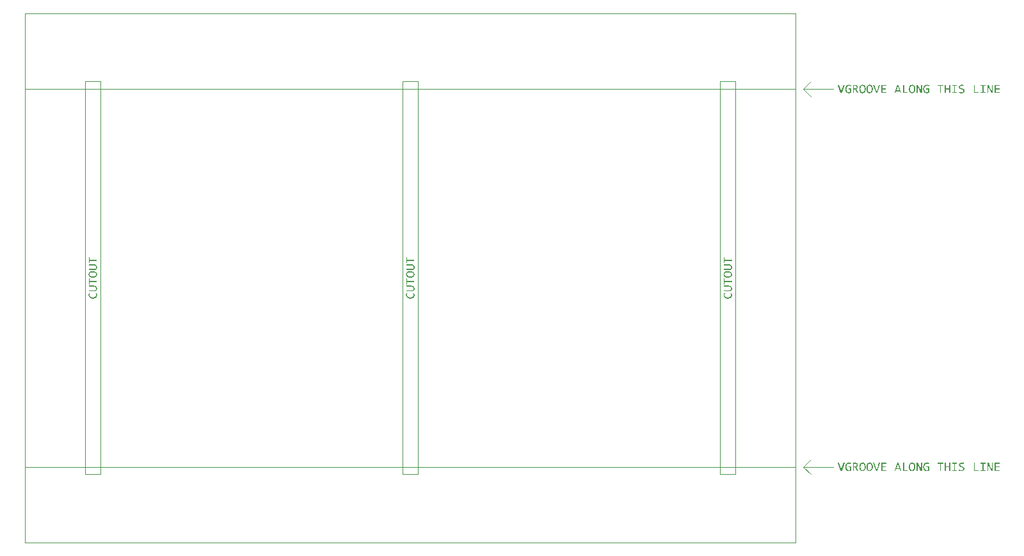
<source format=gbr>
G04*
G04 #@! TF.GenerationSoftware,Altium Limited,Altium Designer,22.4.2 (48)*
G04*
G04 Layer_Color=16711935*
%FSAX24Y24*%
%MOIN*%
G70*
G04*
G04 #@! TF.SameCoordinates,CBA5B0EC-3C9A-411B-936C-A00E84A017FD*
G04*
G04*
G04 #@! TF.FilePolarity,Positive*
G04*
G01*
G75*
%ADD12C,0.0039*%
G36*
X048831Y004157D02*
X048840Y004156D01*
X048842D01*
X048845Y004156D01*
X048848D01*
X048852Y004155D01*
X048856Y004155D01*
X048865Y004153D01*
X048866D01*
X048868Y004152D01*
X048870D01*
X048874Y004152D01*
X048877Y004151D01*
X048882Y004150D01*
X048891Y004149D01*
X048892D01*
X048893Y004148D01*
X048896D01*
X048899Y004147D01*
X048907Y004146D01*
X048915Y004144D01*
Y004092D01*
X048914D01*
X048914Y004092D01*
X048911Y004093D01*
X048906Y004095D01*
X048899Y004096D01*
X048892Y004098D01*
X048883Y004099D01*
X048874Y004101D01*
X048864Y004103D01*
X048863D01*
X048860Y004103D01*
X048855Y004104D01*
X048849Y004105D01*
X048841Y004105D01*
X048833Y004106D01*
X048815Y004107D01*
X048807D01*
X048803Y004106D01*
X048798Y004105D01*
X048787Y004104D01*
X048775Y004102D01*
X048763Y004099D01*
X048751Y004095D01*
X048746Y004092D01*
X048741Y004090D01*
X048740Y004089D01*
X048738Y004086D01*
X048734Y004083D01*
X048730Y004078D01*
X048726Y004071D01*
X048722Y004063D01*
X048719Y004055D01*
X048718Y004050D01*
X048718Y004045D01*
Y004044D01*
Y004042D01*
X048718Y004039D01*
X048719Y004034D01*
X048720Y004030D01*
X048722Y004025D01*
X048724Y004020D01*
X048727Y004015D01*
X048728Y004014D01*
X048729Y004013D01*
X048731Y004010D01*
X048734Y004007D01*
X048738Y004004D01*
X048742Y004000D01*
X048747Y003996D01*
X048753Y003992D01*
X048753Y003992D01*
X048756Y003991D01*
X048759Y003989D01*
X048763Y003986D01*
X048769Y003984D01*
X048775Y003981D01*
X048782Y003978D01*
X048789Y003974D01*
X048790Y003974D01*
X048792Y003973D01*
X048797Y003972D01*
X048801Y003970D01*
X048808Y003967D01*
X048815Y003964D01*
X048830Y003958D01*
X048831Y003957D01*
X048834Y003956D01*
X048838Y003955D01*
X048843Y003953D01*
X048849Y003950D01*
X048856Y003947D01*
X048871Y003939D01*
X048872Y003939D01*
X048874Y003938D01*
X048878Y003936D01*
X048883Y003932D01*
X048888Y003929D01*
X048894Y003925D01*
X048907Y003915D01*
X048907Y003914D01*
X048910Y003913D01*
X048912Y003909D01*
X048916Y003906D01*
X048920Y003901D01*
X048924Y003896D01*
X048929Y003889D01*
X048933Y003883D01*
X048933Y003882D01*
X048934Y003879D01*
X048936Y003876D01*
X048937Y003870D01*
X048939Y003864D01*
X048941Y003856D01*
X048942Y003848D01*
X048942Y003838D01*
Y003838D01*
Y003837D01*
Y003836D01*
Y003834D01*
X048942Y003828D01*
X048941Y003820D01*
X048939Y003812D01*
X048937Y003803D01*
X048934Y003794D01*
X048930Y003785D01*
X048929Y003784D01*
X048928Y003781D01*
X048925Y003777D01*
X048921Y003772D01*
X048916Y003765D01*
X048910Y003759D01*
X048903Y003753D01*
X048895Y003747D01*
X048894Y003746D01*
X048891Y003744D01*
X048886Y003741D01*
X048880Y003738D01*
X048872Y003734D01*
X048863Y003731D01*
X048852Y003727D01*
X048841Y003724D01*
X048840D01*
X048839Y003723D01*
X048838D01*
X048835Y003723D01*
X048833Y003722D01*
X048829Y003722D01*
X048821Y003721D01*
X048810Y003719D01*
X048799Y003718D01*
X048786Y003717D01*
X048772Y003717D01*
X048762D01*
X048756Y003717D01*
X048751D01*
X048738Y003718D01*
X048735D01*
X048732Y003719D01*
X048728Y003719D01*
X048723D01*
X048717Y003720D01*
X048705Y003722D01*
X048705D01*
X048703Y003722D01*
X048700D01*
X048696Y003723D01*
X048691Y003723D01*
X048686Y003724D01*
X048676Y003725D01*
X048675D01*
X048674Y003726D01*
X048671Y003727D01*
X048668Y003727D01*
X048660Y003729D01*
X048651Y003731D01*
Y003788D01*
X048652D01*
X048652Y003787D01*
X048656Y003786D01*
X048661Y003784D01*
X048668Y003782D01*
X048675Y003780D01*
X048685Y003777D01*
X048696Y003775D01*
X048706Y003773D01*
X048708D01*
X048710Y003772D01*
X048712D01*
X048715Y003772D01*
X048718Y003771D01*
X048727Y003771D01*
X048737Y003770D01*
X048749Y003769D01*
X048762Y003768D01*
X048786D01*
X048793Y003769D01*
X048800Y003769D01*
X048808Y003770D01*
X048816Y003771D01*
X048824Y003772D01*
X048825D01*
X048827Y003773D01*
X048831Y003774D01*
X048835Y003776D01*
X048841Y003777D01*
X048846Y003780D01*
X048852Y003782D01*
X048857Y003785D01*
X048857Y003786D01*
X048859Y003787D01*
X048861Y003789D01*
X048864Y003792D01*
X048866Y003795D01*
X048870Y003798D01*
X048872Y003802D01*
X048875Y003807D01*
X048876Y003807D01*
X048876Y003809D01*
X048877Y003812D01*
X048878Y003815D01*
X048880Y003819D01*
X048880Y003824D01*
X048881Y003829D01*
Y003835D01*
Y003836D01*
Y003838D01*
X048881Y003841D01*
X048880Y003846D01*
X048879Y003850D01*
X048877Y003855D01*
X048875Y003860D01*
X048871Y003865D01*
X048871Y003865D01*
X048870Y003867D01*
X048868Y003869D01*
X048864Y003872D01*
X048861Y003876D01*
X048857Y003879D01*
X048851Y003883D01*
X048846Y003887D01*
X048845Y003887D01*
X048843Y003888D01*
X048840Y003890D01*
X048835Y003893D01*
X048830Y003895D01*
X048824Y003899D01*
X048817Y003901D01*
X048810Y003905D01*
X048809Y003905D01*
X048806Y003906D01*
X048802Y003908D01*
X048797Y003909D01*
X048791Y003912D01*
X048784Y003915D01*
X048769Y003921D01*
X048768Y003921D01*
X048765Y003923D01*
X048761Y003924D01*
X048756Y003926D01*
X048750Y003929D01*
X048743Y003932D01*
X048728Y003939D01*
X048727Y003940D01*
X048724Y003941D01*
X048721Y003943D01*
X048716Y003947D01*
X048710Y003950D01*
X048704Y003954D01*
X048692Y003963D01*
X048691Y003964D01*
X048689Y003966D01*
X048686Y003969D01*
X048682Y003973D01*
X048679Y003977D01*
X048674Y003983D01*
X048670Y003989D01*
X048666Y003995D01*
X048666Y003996D01*
X048664Y003998D01*
X048663Y004002D01*
X048662Y004008D01*
X048660Y004014D01*
X048658Y004021D01*
X048657Y004030D01*
X048657Y004039D01*
Y004040D01*
Y004043D01*
X048657Y004047D01*
X048658Y004052D01*
X048659Y004059D01*
X048661Y004066D01*
X048663Y004074D01*
X048666Y004082D01*
X048666Y004083D01*
X048667Y004086D01*
X048669Y004090D01*
X048673Y004095D01*
X048676Y004101D01*
X048681Y004107D01*
X048687Y004114D01*
X048694Y004120D01*
X048695Y004121D01*
X048698Y004123D01*
X048702Y004126D01*
X048708Y004129D01*
X048715Y004134D01*
X048723Y004138D01*
X048733Y004143D01*
X048744Y004147D01*
X048745D01*
X048746Y004147D01*
X048747Y004148D01*
X048750Y004149D01*
X048752Y004149D01*
X048756Y004150D01*
X048760Y004151D01*
X048765Y004152D01*
X048775Y004154D01*
X048788Y004156D01*
X048801Y004157D01*
X048817Y004157D01*
X048827D01*
X048831Y004157D01*
D02*
G37*
G36*
X047012D02*
X047020Y004156D01*
X047030Y004155D01*
X047049Y004152D01*
X047050D01*
X047054Y004151D01*
X047059Y004150D01*
X047066Y004148D01*
X047073Y004146D01*
X047082Y004143D01*
X047090Y004140D01*
X047100Y004136D01*
Y004078D01*
X047099Y004079D01*
X047095Y004080D01*
X047091Y004083D01*
X047084Y004085D01*
X047077Y004089D01*
X047068Y004092D01*
X047059Y004095D01*
X047050Y004098D01*
X047049Y004098D01*
X047046Y004099D01*
X047041Y004100D01*
X047034Y004102D01*
X047025Y004103D01*
X047016Y004104D01*
X047006Y004104D01*
X046995Y004105D01*
X046990D01*
X046987Y004104D01*
X046983D01*
X046975Y004103D01*
X046966Y004102D01*
X046955Y004099D01*
X046945Y004097D01*
X046935Y004092D01*
X046934D01*
X046934Y004092D01*
X046930Y004090D01*
X046925Y004087D01*
X046919Y004084D01*
X046912Y004079D01*
X046905Y004073D01*
X046897Y004066D01*
X046890Y004058D01*
X046889Y004057D01*
X046887Y004054D01*
X046884Y004049D01*
X046880Y004043D01*
X046875Y004036D01*
X046871Y004026D01*
X046866Y004016D01*
X046862Y004005D01*
Y004004D01*
X046862Y004003D01*
X046861Y004002D01*
X046860Y004000D01*
X046860Y003997D01*
X046859Y003993D01*
X046858Y003985D01*
X046856Y003974D01*
X046854Y003962D01*
X046853Y003950D01*
X046853Y003936D01*
Y003935D01*
Y003934D01*
Y003932D01*
Y003929D01*
Y003926D01*
X046853Y003921D01*
X046854Y003912D01*
X046854Y003901D01*
X046856Y003889D01*
X046858Y003877D01*
X046860Y003865D01*
Y003865D01*
X046861Y003864D01*
X046862Y003862D01*
X046862Y003860D01*
X046864Y003854D01*
X046866Y003847D01*
X046870Y003838D01*
X046874Y003830D01*
X046879Y003821D01*
X046884Y003812D01*
X046885Y003811D01*
X046888Y003809D01*
X046891Y003805D01*
X046896Y003800D01*
X046902Y003795D01*
X046910Y003789D01*
X046918Y003784D01*
X046928Y003779D01*
X046928D01*
X046929Y003779D01*
X046930Y003778D01*
X046933Y003778D01*
X046938Y003776D01*
X046945Y003774D01*
X046954Y003772D01*
X046965Y003770D01*
X046977Y003769D01*
X046990Y003768D01*
X046999D01*
X047003Y003769D01*
X047005D01*
X047008Y003769D01*
X047012Y003770D01*
X047018Y003770D01*
X047019D01*
X047022Y003771D01*
X047026Y003772D01*
X047031Y003773D01*
X047032D01*
X047032Y003773D01*
X047036Y003774D01*
X047040Y003775D01*
X047044Y003777D01*
Y003914D01*
X046957D01*
Y003962D01*
X047102D01*
Y003742D01*
X047101D01*
X047100Y003741D01*
X047097Y003740D01*
X047093Y003739D01*
X047089Y003737D01*
X047084Y003735D01*
X047073Y003731D01*
X047072D01*
X047070Y003731D01*
X047067Y003730D01*
X047064Y003729D01*
X047059Y003727D01*
X047054Y003726D01*
X047042Y003723D01*
X047042D01*
X047040Y003723D01*
X047037Y003722D01*
X047033Y003722D01*
X047028Y003721D01*
X047023Y003721D01*
X047012Y003719D01*
X047011D01*
X047009Y003718D01*
X047006D01*
X047002Y003718D01*
X046997Y003717D01*
X046993D01*
X046982Y003717D01*
X046975D01*
X046970Y003717D01*
X046966D01*
X046961Y003718D01*
X046955Y003718D01*
X046943Y003720D01*
X046930Y003723D01*
X046916Y003726D01*
X046902Y003730D01*
X046902D01*
X046901Y003731D01*
X046899Y003732D01*
X046896Y003733D01*
X046894Y003734D01*
X046890Y003736D01*
X046882Y003741D01*
X046872Y003746D01*
X046863Y003753D01*
X046852Y003761D01*
X046842Y003771D01*
Y003771D01*
X046841Y003772D01*
X046840Y003773D01*
X046839Y003776D01*
X046836Y003778D01*
X046834Y003782D01*
X046829Y003789D01*
X046822Y003799D01*
X046816Y003811D01*
X046810Y003824D01*
X046805Y003838D01*
Y003839D01*
X046804Y003840D01*
X046804Y003842D01*
X046803Y003846D01*
X046801Y003849D01*
X046800Y003854D01*
X046799Y003859D01*
X046798Y003865D01*
X046797Y003872D01*
X046796Y003879D01*
X046794Y003895D01*
X046792Y003913D01*
X046792Y003932D01*
Y003932D01*
Y003934D01*
Y003937D01*
Y003941D01*
X046792Y003945D01*
Y003951D01*
X046793Y003957D01*
X046793Y003963D01*
X046795Y003978D01*
X046798Y003994D01*
X046801Y004010D01*
X046806Y004026D01*
Y004027D01*
X046807Y004028D01*
X046808Y004030D01*
X046809Y004033D01*
X046811Y004037D01*
X046812Y004041D01*
X046817Y004051D01*
X046823Y004062D01*
X046830Y004074D01*
X046838Y004086D01*
X046847Y004097D01*
X046848Y004098D01*
X046848Y004098D01*
X046850Y004100D01*
X046852Y004102D01*
X046858Y004108D01*
X046865Y004114D01*
X046875Y004121D01*
X046886Y004128D01*
X046898Y004135D01*
X046912Y004142D01*
X046912D01*
X046913Y004143D01*
X046916Y004144D01*
X046918Y004144D01*
X046922Y004146D01*
X046926Y004147D01*
X046931Y004148D01*
X046936Y004150D01*
X046948Y004152D01*
X046963Y004155D01*
X046978Y004157D01*
X046995Y004157D01*
X047005D01*
X047012Y004157D01*
D02*
G37*
G36*
X042952Y004157D02*
X042960Y004156D01*
X042970Y004155D01*
X042989Y004152D01*
X042990D01*
X042994Y004151D01*
X042999Y004150D01*
X043006Y004148D01*
X043013Y004146D01*
X043022Y004143D01*
X043030Y004140D01*
X043040Y004136D01*
Y004078D01*
X043038Y004079D01*
X043035Y004080D01*
X043031Y004083D01*
X043024Y004085D01*
X043017Y004089D01*
X043008Y004092D01*
X042999Y004095D01*
X042990Y004098D01*
X042989Y004098D01*
X042985Y004099D01*
X042981Y004100D01*
X042973Y004102D01*
X042965Y004103D01*
X042956Y004104D01*
X042946Y004104D01*
X042935Y004105D01*
X042930D01*
X042927Y004104D01*
X042923D01*
X042915Y004103D01*
X042906Y004102D01*
X042895Y004099D01*
X042885Y004097D01*
X042875Y004092D01*
X042874D01*
X042874Y004092D01*
X042870Y004090D01*
X042865Y004087D01*
X042859Y004084D01*
X042852Y004079D01*
X042845Y004073D01*
X042837Y004066D01*
X042830Y004058D01*
X042829Y004057D01*
X042827Y004054D01*
X042824Y004049D01*
X042819Y004043D01*
X042815Y004036D01*
X042811Y004026D01*
X042806Y004016D01*
X042802Y004005D01*
Y004004D01*
X042801Y004003D01*
X042801Y004002D01*
X042800Y004000D01*
X042800Y003997D01*
X042799Y003993D01*
X042798Y003985D01*
X042795Y003974D01*
X042794Y003962D01*
X042793Y003950D01*
X042793Y003936D01*
Y003935D01*
Y003934D01*
Y003932D01*
Y003929D01*
Y003926D01*
X042793Y003921D01*
X042794Y003912D01*
X042794Y003901D01*
X042796Y003889D01*
X042798Y003877D01*
X042800Y003865D01*
Y003865D01*
X042801Y003864D01*
X042801Y003862D01*
X042802Y003860D01*
X042804Y003854D01*
X042806Y003847D01*
X042810Y003838D01*
X042814Y003830D01*
X042819Y003821D01*
X042824Y003812D01*
X042825Y003811D01*
X042828Y003809D01*
X042831Y003805D01*
X042836Y003800D01*
X042842Y003795D01*
X042850Y003789D01*
X042858Y003784D01*
X042868Y003779D01*
X042868D01*
X042869Y003779D01*
X042870Y003778D01*
X042872Y003778D01*
X042878Y003776D01*
X042885Y003774D01*
X042894Y003772D01*
X042905Y003770D01*
X042917Y003769D01*
X042930Y003768D01*
X042939D01*
X042943Y003769D01*
X042945D01*
X042948Y003769D01*
X042952Y003770D01*
X042958Y003770D01*
X042959D01*
X042962Y003771D01*
X042966Y003772D01*
X042971Y003773D01*
X042972D01*
X042972Y003773D01*
X042976Y003774D01*
X042979Y003775D01*
X042984Y003777D01*
Y003914D01*
X042896D01*
Y003962D01*
X043042D01*
Y003742D01*
X043041D01*
X043040Y003741D01*
X043037Y003740D01*
X043033Y003739D01*
X043029Y003737D01*
X043024Y003735D01*
X043013Y003731D01*
X043012D01*
X043010Y003731D01*
X043007Y003730D01*
X043004Y003729D01*
X042999Y003727D01*
X042994Y003726D01*
X042982Y003723D01*
X042982D01*
X042979Y003723D01*
X042977Y003722D01*
X042973Y003722D01*
X042968Y003721D01*
X042963Y003721D01*
X042952Y003719D01*
X042951D01*
X042949Y003718D01*
X042946D01*
X042942Y003718D01*
X042937Y003717D01*
X042933D01*
X042922Y003717D01*
X042915D01*
X042910Y003717D01*
X042906D01*
X042901Y003718D01*
X042895Y003718D01*
X042883Y003720D01*
X042870Y003723D01*
X042856Y003726D01*
X042842Y003730D01*
X042842D01*
X042841Y003731D01*
X042839Y003732D01*
X042836Y003733D01*
X042834Y003734D01*
X042830Y003736D01*
X042822Y003741D01*
X042812Y003746D01*
X042803Y003753D01*
X042792Y003761D01*
X042782Y003771D01*
Y003771D01*
X042781Y003772D01*
X042780Y003773D01*
X042779Y003776D01*
X042776Y003778D01*
X042774Y003782D01*
X042769Y003789D01*
X042762Y003799D01*
X042756Y003811D01*
X042750Y003824D01*
X042745Y003838D01*
Y003839D01*
X042744Y003840D01*
X042744Y003842D01*
X042743Y003846D01*
X042741Y003849D01*
X042740Y003854D01*
X042739Y003859D01*
X042738Y003865D01*
X042737Y003872D01*
X042736Y003879D01*
X042734Y003895D01*
X042732Y003913D01*
X042732Y003932D01*
Y003932D01*
Y003934D01*
Y003937D01*
Y003941D01*
X042732Y003945D01*
Y003951D01*
X042733Y003957D01*
X042733Y003963D01*
X042735Y003978D01*
X042738Y003994D01*
X042741Y004010D01*
X042746Y004026D01*
Y004027D01*
X042747Y004028D01*
X042748Y004030D01*
X042749Y004033D01*
X042751Y004037D01*
X042752Y004041D01*
X042757Y004051D01*
X042763Y004062D01*
X042770Y004074D01*
X042778Y004086D01*
X042787Y004097D01*
X042788Y004098D01*
X042788Y004098D01*
X042790Y004100D01*
X042792Y004102D01*
X042798Y004108D01*
X042805Y004114D01*
X042815Y004121D01*
X042826Y004128D01*
X042838Y004135D01*
X042852Y004142D01*
X042852D01*
X042853Y004143D01*
X042856Y004144D01*
X042858Y004144D01*
X042862Y004146D01*
X042866Y004147D01*
X042871Y004148D01*
X042876Y004150D01*
X042888Y004152D01*
X042902Y004155D01*
X042918Y004157D01*
X042935Y004157D01*
X042945D01*
X042952Y004157D01*
D02*
G37*
G36*
X048210Y003723D02*
X048152D01*
Y003919D01*
X047972D01*
Y003723D01*
X047914D01*
Y004151D01*
X047972D01*
Y003970D01*
X048152D01*
Y004151D01*
X048210D01*
Y003723D01*
D02*
G37*
G36*
X050422D02*
X050343D01*
X050223Y003990D01*
X050189Y004076D01*
Y003860D01*
Y003723D01*
X050130D01*
Y004151D01*
X050209D01*
X050322Y003897D01*
X050364Y003800D01*
Y004029D01*
Y004151D01*
X050422D01*
Y003723D01*
D02*
G37*
G36*
X046731D02*
X046652D01*
X046532Y003990D01*
X046498Y004076D01*
Y003860D01*
Y003723D01*
X046439D01*
Y004151D01*
X046518D01*
X046631Y003897D01*
X046673Y003800D01*
Y004029D01*
Y004151D01*
X046731D01*
Y003723D01*
D02*
G37*
G36*
X044408Y003723D02*
X044330D01*
X044187Y004151D01*
X044253D01*
X044346Y003862D01*
X044372Y003777D01*
X044399Y003862D01*
X044491Y004151D01*
X044554D01*
X044408Y003723D01*
D02*
G37*
G36*
X042563D02*
X042484D01*
X042342Y004151D01*
X042408D01*
X042500Y003862D01*
X042526Y003777D01*
X042553Y003862D01*
X042646Y004151D01*
X042708D01*
X042563Y003723D01*
D02*
G37*
G36*
X050770Y004102D02*
X050585D01*
Y003970D01*
X050763D01*
Y003920D01*
X050585D01*
Y003772D01*
X050770D01*
Y003723D01*
X050527D01*
Y004151D01*
X050770D01*
Y004102D01*
D02*
G37*
G36*
X050035D02*
X049937D01*
Y003772D01*
X050035D01*
Y003723D01*
X049779D01*
Y003772D01*
X049878D01*
Y004102D01*
X049779D01*
Y004151D01*
X050035D01*
Y004102D01*
D02*
G37*
G36*
X049489Y003772D02*
X049677D01*
Y003723D01*
X049430D01*
Y004151D01*
X049489D01*
Y003772D01*
D02*
G37*
G36*
X048559Y004102D02*
X048460D01*
Y003772D01*
X048559D01*
Y003723D01*
X048302D01*
Y003772D01*
X048401D01*
Y004102D01*
X048302D01*
Y004151D01*
X048559D01*
Y004102D01*
D02*
G37*
G36*
X047849Y004102D02*
X047722D01*
Y003723D01*
X047663D01*
Y004102D01*
X047536D01*
Y004151D01*
X047849D01*
Y004102D01*
D02*
G37*
G36*
X045798Y003772D02*
X045986D01*
Y003723D01*
X045739D01*
Y004151D01*
X045798D01*
Y003772D01*
D02*
G37*
G36*
X045659Y003723D02*
X045595D01*
X045566Y003816D01*
X045387D01*
X045357Y003723D01*
X045296D01*
X045439Y004151D01*
X045518D01*
X045659Y003723D01*
D02*
G37*
G36*
X044865Y004102D02*
X044680D01*
Y003970D01*
X044857D01*
Y003920D01*
X044680D01*
Y003772D01*
X044865D01*
Y003723D01*
X044621D01*
Y004151D01*
X044865D01*
Y004102D01*
D02*
G37*
G36*
X043262Y004151D02*
X043271Y004150D01*
X043281Y004149D01*
X043292Y004147D01*
X043303Y004145D01*
X043313Y004143D01*
X043314D01*
X043314Y004142D01*
X043317Y004141D01*
X043322Y004139D01*
X043329Y004137D01*
X043336Y004133D01*
X043343Y004129D01*
X043351Y004125D01*
X043357Y004120D01*
X043358Y004119D01*
X043360Y004117D01*
X043363Y004114D01*
X043367Y004110D01*
X043372Y004104D01*
X043375Y004098D01*
X043380Y004092D01*
X043383Y004084D01*
X043384Y004083D01*
X043384Y004080D01*
X043386Y004077D01*
X043387Y004071D01*
X043388Y004064D01*
X043390Y004056D01*
X043391Y004048D01*
X043391Y004038D01*
Y004037D01*
Y004035D01*
X043391Y004031D01*
Y004026D01*
X043390Y004020D01*
X043388Y004014D01*
X043387Y004007D01*
X043385Y004000D01*
Y004000D01*
X043384Y003997D01*
X043382Y003994D01*
X043381Y003989D01*
X043378Y003984D01*
X043375Y003979D01*
X043372Y003973D01*
X043367Y003967D01*
X043367Y003967D01*
X043365Y003965D01*
X043363Y003962D01*
X043359Y003959D01*
X043355Y003955D01*
X043350Y003951D01*
X043344Y003947D01*
X043338Y003942D01*
X043338Y003942D01*
X043335Y003941D01*
X043332Y003938D01*
X043327Y003936D01*
X043321Y003934D01*
X043315Y003931D01*
X043307Y003929D01*
X043299Y003926D01*
X043299D01*
X043302Y003925D01*
X043305Y003924D01*
X043309Y003921D01*
X043314Y003918D01*
X043320Y003915D01*
X043325Y003910D01*
X043329Y003905D01*
X043330Y003904D01*
X043332Y003902D01*
X043334Y003899D01*
X043338Y003894D01*
X043341Y003888D01*
X043346Y003881D01*
X043351Y003873D01*
X043356Y003864D01*
X043423Y003723D01*
X043357D01*
X043293Y003859D01*
X043293Y003860D01*
X043292Y003862D01*
X043291Y003865D01*
X043289Y003868D01*
X043284Y003877D01*
X043279Y003885D01*
X043278Y003886D01*
X043278Y003887D01*
X043276Y003889D01*
X043274Y003891D01*
X043268Y003897D01*
X043262Y003902D01*
X043262Y003902D01*
X043261Y003903D01*
X043259Y003904D01*
X043257Y003905D01*
X043251Y003908D01*
X043243Y003911D01*
X043243D01*
X043242Y003911D01*
X043239Y003912D01*
X043237Y003912D01*
X043233D01*
X043229Y003913D01*
X043220Y003913D01*
X043193D01*
Y003723D01*
X043135D01*
Y004151D01*
X043258D01*
X043262Y004151D01*
D02*
G37*
G36*
X046229Y004157D02*
X046234D01*
X046243Y004156D01*
X046255Y004153D01*
X046267Y004151D01*
X046279Y004147D01*
X046291Y004142D01*
X046292D01*
X046293Y004141D01*
X046294Y004140D01*
X046296Y004139D01*
X046302Y004135D01*
X046309Y004131D01*
X046317Y004125D01*
X046325Y004117D01*
X046334Y004108D01*
X046342Y004098D01*
Y004098D01*
X046343Y004097D01*
X046344Y004096D01*
X046345Y004093D01*
X046347Y004091D01*
X046349Y004087D01*
X046353Y004079D01*
X046358Y004069D01*
X046364Y004058D01*
X046368Y004045D01*
X046372Y004030D01*
Y004030D01*
X046373Y004028D01*
X046373Y004026D01*
X046374Y004023D01*
X046375Y004019D01*
X046376Y004015D01*
X046377Y004010D01*
X046378Y004004D01*
X046378Y003997D01*
X046379Y003990D01*
X046381Y003975D01*
X046382Y003958D01*
X046383Y003939D01*
Y003939D01*
Y003937D01*
Y003934D01*
Y003930D01*
X046382Y003925D01*
Y003919D01*
X046382Y003912D01*
X046381Y003905D01*
X046379Y003890D01*
X046377Y003873D01*
X046373Y003856D01*
X046369Y003840D01*
Y003839D01*
X046368Y003838D01*
X046367Y003836D01*
X046366Y003832D01*
X046365Y003829D01*
X046364Y003825D01*
X046359Y003816D01*
X046354Y003805D01*
X046348Y003793D01*
X046340Y003781D01*
X046332Y003770D01*
Y003770D01*
X046331Y003769D01*
X046328Y003766D01*
X046323Y003761D01*
X046317Y003755D01*
X046308Y003748D01*
X046300Y003742D01*
X046289Y003735D01*
X046278Y003730D01*
X046277D01*
X046276Y003729D01*
X046275Y003729D01*
X046272Y003728D01*
X046270Y003727D01*
X046266Y003725D01*
X046258Y003723D01*
X046248Y003721D01*
X046237Y003719D01*
X046225Y003717D01*
X046212Y003717D01*
X046205D01*
X046202Y003717D01*
X046198D01*
X046188Y003718D01*
X046177Y003721D01*
X046165Y003723D01*
X046152Y003727D01*
X046140Y003731D01*
X046140D01*
X046139Y003732D01*
X046138Y003733D01*
X046135Y003734D01*
X046129Y003737D01*
X046122Y003742D01*
X046115Y003748D01*
X046106Y003756D01*
X046098Y003765D01*
X046090Y003775D01*
Y003775D01*
X046088Y003776D01*
X046088Y003777D01*
X046086Y003779D01*
X046085Y003782D01*
X046083Y003785D01*
X046079Y003794D01*
X046074Y003804D01*
X046069Y003816D01*
X046064Y003829D01*
X046060Y003843D01*
Y003844D01*
X046059Y003845D01*
X046059Y003847D01*
X046058Y003850D01*
X046058Y003854D01*
X046057Y003859D01*
X046056Y003864D01*
X046055Y003870D01*
X046054Y003876D01*
X046053Y003883D01*
X046052Y003899D01*
X046051Y003916D01*
X046050Y003935D01*
Y003935D01*
Y003937D01*
Y003940D01*
Y003944D01*
X046051Y003949D01*
Y003955D01*
X046051Y003961D01*
X046052Y003968D01*
X046053Y003984D01*
X046056Y004001D01*
X046059Y004017D01*
X046063Y004033D01*
Y004034D01*
X046064Y004035D01*
X046065Y004037D01*
X046066Y004040D01*
X046067Y004044D01*
X046069Y004048D01*
X046073Y004058D01*
X046078Y004069D01*
X046085Y004080D01*
X046092Y004092D01*
X046100Y004103D01*
X046100Y004103D01*
X046101Y004104D01*
X046104Y004107D01*
X046109Y004112D01*
X046115Y004119D01*
X046123Y004125D01*
X046132Y004132D01*
X046142Y004138D01*
X046153Y004144D01*
X046154D01*
X046155Y004144D01*
X046157Y004145D01*
X046159Y004146D01*
X046162Y004147D01*
X046165Y004148D01*
X046173Y004151D01*
X046183Y004153D01*
X046194Y004155D01*
X046206Y004157D01*
X046219Y004157D01*
X046226D01*
X046229Y004157D01*
D02*
G37*
G36*
X044015Y004157D02*
X044019D01*
X044029Y004156D01*
X044040Y004153D01*
X044052Y004151D01*
X044064Y004147D01*
X044076Y004142D01*
X044077D01*
X044078Y004141D01*
X044079Y004140D01*
X044081Y004139D01*
X044087Y004135D01*
X044094Y004131D01*
X044102Y004125D01*
X044111Y004117D01*
X044119Y004108D01*
X044127Y004098D01*
Y004098D01*
X044128Y004097D01*
X044129Y004096D01*
X044130Y004093D01*
X044132Y004091D01*
X044134Y004087D01*
X044139Y004079D01*
X044144Y004069D01*
X044149Y004058D01*
X044153Y004045D01*
X044158Y004030D01*
Y004030D01*
X044158Y004028D01*
X044159Y004026D01*
X044159Y004023D01*
X044160Y004019D01*
X044161Y004015D01*
X044162Y004010D01*
X044163Y004004D01*
X044164Y003997D01*
X044165Y003990D01*
X044166Y003975D01*
X044168Y003958D01*
X044168Y003939D01*
Y003939D01*
Y003937D01*
Y003934D01*
Y003930D01*
X044168Y003925D01*
Y003919D01*
X044167Y003912D01*
X044166Y003905D01*
X044165Y003890D01*
X044162Y003873D01*
X044159Y003856D01*
X044154Y003840D01*
Y003839D01*
X044154Y003838D01*
X044153Y003836D01*
X044152Y003832D01*
X044151Y003829D01*
X044149Y003825D01*
X044145Y003816D01*
X044139Y003805D01*
X044133Y003793D01*
X044126Y003781D01*
X044117Y003770D01*
Y003770D01*
X044116Y003769D01*
X044114Y003766D01*
X044109Y003761D01*
X044102Y003755D01*
X044094Y003748D01*
X044085Y003742D01*
X044075Y003735D01*
X044063Y003730D01*
X044063D01*
X044062Y003729D01*
X044060Y003729D01*
X044058Y003728D01*
X044055Y003727D01*
X044052Y003725D01*
X044044Y003723D01*
X044034Y003721D01*
X044022Y003719D01*
X044010Y003717D01*
X043998Y003717D01*
X043991D01*
X043987Y003717D01*
X043983D01*
X043973Y003718D01*
X043962Y003721D01*
X043950Y003723D01*
X043938Y003727D01*
X043926Y003731D01*
X043925D01*
X043925Y003732D01*
X043923Y003733D01*
X043921Y003734D01*
X043915Y003737D01*
X043908Y003742D01*
X043900Y003748D01*
X043891Y003756D01*
X043883Y003765D01*
X043875Y003775D01*
Y003775D01*
X043874Y003776D01*
X043873Y003777D01*
X043872Y003779D01*
X043870Y003782D01*
X043868Y003785D01*
X043864Y003794D01*
X043859Y003804D01*
X043854Y003816D01*
X043850Y003829D01*
X043845Y003843D01*
Y003844D01*
X043845Y003845D01*
X043844Y003847D01*
X043844Y003850D01*
X043843Y003854D01*
X043842Y003859D01*
X043842Y003864D01*
X043841Y003870D01*
X043839Y003876D01*
X043839Y003883D01*
X043837Y003899D01*
X043836Y003916D01*
X043836Y003935D01*
Y003935D01*
Y003937D01*
Y003940D01*
Y003944D01*
X043836Y003949D01*
Y003955D01*
X043837Y003961D01*
X043837Y003968D01*
X043839Y003984D01*
X043841Y004001D01*
X043844Y004017D01*
X043849Y004033D01*
Y004034D01*
X043849Y004035D01*
X043850Y004037D01*
X043851Y004040D01*
X043853Y004044D01*
X043854Y004048D01*
X043859Y004058D01*
X043863Y004069D01*
X043870Y004080D01*
X043877Y004092D01*
X043885Y004103D01*
X043886Y004103D01*
X043886Y004104D01*
X043889Y004107D01*
X043894Y004112D01*
X043901Y004119D01*
X043908Y004125D01*
X043918Y004132D01*
X043928Y004138D01*
X043939Y004144D01*
X043939D01*
X043940Y004144D01*
X043942Y004145D01*
X043944Y004146D01*
X043947Y004147D01*
X043950Y004148D01*
X043958Y004151D01*
X043968Y004153D01*
X043980Y004155D01*
X043992Y004157D01*
X044004Y004157D01*
X044011D01*
X044015Y004157D01*
D02*
G37*
G36*
X043646D02*
X043650D01*
X043660Y004156D01*
X043671Y004153D01*
X043683Y004151D01*
X043695Y004147D01*
X043707Y004142D01*
X043708D01*
X043709Y004141D01*
X043710Y004140D01*
X043712Y004139D01*
X043718Y004135D01*
X043725Y004131D01*
X043733Y004125D01*
X043742Y004117D01*
X043750Y004108D01*
X043758Y004098D01*
Y004098D01*
X043759Y004097D01*
X043760Y004096D01*
X043761Y004093D01*
X043763Y004091D01*
X043765Y004087D01*
X043770Y004079D01*
X043774Y004069D01*
X043780Y004058D01*
X043784Y004045D01*
X043789Y004030D01*
Y004030D01*
X043789Y004028D01*
X043790Y004026D01*
X043790Y004023D01*
X043791Y004019D01*
X043792Y004015D01*
X043793Y004010D01*
X043794Y004004D01*
X043795Y003997D01*
X043796Y003990D01*
X043797Y003975D01*
X043798Y003958D01*
X043799Y003939D01*
Y003939D01*
Y003937D01*
Y003934D01*
Y003930D01*
X043798Y003925D01*
Y003919D01*
X043798Y003912D01*
X043797Y003905D01*
X043796Y003890D01*
X043793Y003873D01*
X043790Y003856D01*
X043785Y003840D01*
Y003839D01*
X043785Y003838D01*
X043784Y003836D01*
X043783Y003832D01*
X043782Y003829D01*
X043780Y003825D01*
X043776Y003816D01*
X043770Y003805D01*
X043764Y003793D01*
X043756Y003781D01*
X043748Y003770D01*
Y003770D01*
X043747Y003769D01*
X043744Y003766D01*
X043740Y003761D01*
X043733Y003755D01*
X043725Y003748D01*
X043716Y003742D01*
X043706Y003735D01*
X043694Y003730D01*
X043694D01*
X043693Y003729D01*
X043691Y003729D01*
X043689Y003728D01*
X043686Y003727D01*
X043683Y003725D01*
X043675Y003723D01*
X043665Y003721D01*
X043653Y003719D01*
X043641Y003717D01*
X043629Y003717D01*
X043622D01*
X043618Y003717D01*
X043614D01*
X043604Y003718D01*
X043593Y003721D01*
X043581Y003723D01*
X043569Y003727D01*
X043557Y003731D01*
X043556D01*
X043556Y003732D01*
X043554Y003733D01*
X043552Y003734D01*
X043546Y003737D01*
X043539Y003742D01*
X043531Y003748D01*
X043522Y003756D01*
X043514Y003765D01*
X043506Y003775D01*
Y003775D01*
X043505Y003776D01*
X043504Y003777D01*
X043503Y003779D01*
X043501Y003782D01*
X043499Y003785D01*
X043495Y003794D01*
X043490Y003804D01*
X043485Y003816D01*
X043481Y003829D01*
X043476Y003843D01*
Y003844D01*
X043476Y003845D01*
X043475Y003847D01*
X043475Y003850D01*
X043474Y003854D01*
X043473Y003859D01*
X043473Y003864D01*
X043471Y003870D01*
X043470Y003876D01*
X043470Y003883D01*
X043468Y003899D01*
X043467Y003916D01*
X043467Y003935D01*
Y003935D01*
Y003937D01*
Y003940D01*
Y003944D01*
X043467Y003949D01*
Y003955D01*
X043468Y003961D01*
X043468Y003968D01*
X043470Y003984D01*
X043472Y004001D01*
X043475Y004017D01*
X043480Y004033D01*
Y004034D01*
X043480Y004035D01*
X043481Y004037D01*
X043482Y004040D01*
X043483Y004044D01*
X043485Y004048D01*
X043489Y004058D01*
X043494Y004069D01*
X043501Y004080D01*
X043508Y004092D01*
X043516Y004103D01*
X043517Y004103D01*
X043517Y004104D01*
X043520Y004107D01*
X043525Y004112D01*
X043531Y004119D01*
X043539Y004125D01*
X043548Y004132D01*
X043559Y004138D01*
X043570Y004144D01*
X043570D01*
X043571Y004144D01*
X043573Y004145D01*
X043575Y004146D01*
X043578Y004147D01*
X043581Y004148D01*
X043589Y004151D01*
X043599Y004153D01*
X043611Y004155D01*
X043623Y004157D01*
X043635Y004157D01*
X043642D01*
X043646Y004157D01*
D02*
G37*
G36*
X048831Y023842D02*
X048840Y023841D01*
X048842D01*
X048845Y023841D01*
X048848D01*
X048852Y023840D01*
X048856Y023840D01*
X048865Y023838D01*
X048866D01*
X048868Y023837D01*
X048870D01*
X048874Y023837D01*
X048877Y023836D01*
X048882Y023835D01*
X048891Y023834D01*
X048892D01*
X048893Y023833D01*
X048896D01*
X048899Y023833D01*
X048907Y023831D01*
X048915Y023829D01*
Y023777D01*
X048914D01*
X048914Y023777D01*
X048911Y023778D01*
X048906Y023780D01*
X048899Y023781D01*
X048892Y023783D01*
X048883Y023784D01*
X048874Y023786D01*
X048864Y023788D01*
X048863D01*
X048860Y023788D01*
X048855Y023789D01*
X048849Y023790D01*
X048841Y023790D01*
X048833Y023791D01*
X048815Y023792D01*
X048807D01*
X048803Y023791D01*
X048798Y023790D01*
X048787Y023789D01*
X048775Y023787D01*
X048763Y023784D01*
X048751Y023780D01*
X048746Y023777D01*
X048741Y023775D01*
X048740Y023774D01*
X048738Y023771D01*
X048734Y023768D01*
X048730Y023763D01*
X048726Y023756D01*
X048722Y023748D01*
X048719Y023740D01*
X048718Y023735D01*
X048718Y023730D01*
Y023729D01*
Y023727D01*
X048718Y023724D01*
X048719Y023720D01*
X048720Y023715D01*
X048722Y023710D01*
X048724Y023705D01*
X048727Y023700D01*
X048728Y023699D01*
X048729Y023698D01*
X048731Y023695D01*
X048734Y023692D01*
X048738Y023689D01*
X048742Y023685D01*
X048747Y023681D01*
X048753Y023677D01*
X048753Y023677D01*
X048756Y023676D01*
X048759Y023674D01*
X048763Y023671D01*
X048769Y023669D01*
X048775Y023666D01*
X048782Y023663D01*
X048789Y023659D01*
X048790Y023659D01*
X048792Y023658D01*
X048797Y023657D01*
X048801Y023655D01*
X048808Y023652D01*
X048815Y023649D01*
X048830Y023643D01*
X048831Y023643D01*
X048834Y023641D01*
X048838Y023640D01*
X048843Y023638D01*
X048849Y023635D01*
X048856Y023632D01*
X048871Y023624D01*
X048872Y023624D01*
X048874Y023623D01*
X048878Y023621D01*
X048883Y023617D01*
X048888Y023614D01*
X048894Y023610D01*
X048907Y023600D01*
X048907Y023599D01*
X048910Y023598D01*
X048912Y023594D01*
X048916Y023591D01*
X048920Y023586D01*
X048924Y023581D01*
X048929Y023574D01*
X048933Y023568D01*
X048933Y023567D01*
X048934Y023564D01*
X048936Y023561D01*
X048937Y023555D01*
X048939Y023549D01*
X048941Y023542D01*
X048942Y023533D01*
X048942Y023523D01*
Y023523D01*
Y023522D01*
Y023521D01*
Y023519D01*
X048942Y023513D01*
X048941Y023505D01*
X048939Y023497D01*
X048937Y023488D01*
X048934Y023479D01*
X048930Y023470D01*
X048929Y023469D01*
X048928Y023466D01*
X048925Y023462D01*
X048921Y023457D01*
X048916Y023450D01*
X048910Y023444D01*
X048903Y023438D01*
X048895Y023432D01*
X048894Y023431D01*
X048891Y023429D01*
X048886Y023426D01*
X048880Y023423D01*
X048872Y023419D01*
X048863Y023416D01*
X048852Y023412D01*
X048841Y023409D01*
X048840D01*
X048839Y023408D01*
X048838D01*
X048835Y023408D01*
X048833Y023407D01*
X048829Y023407D01*
X048821Y023406D01*
X048810Y023404D01*
X048799Y023403D01*
X048786Y023402D01*
X048772Y023402D01*
X048762D01*
X048756Y023402D01*
X048751D01*
X048738Y023403D01*
X048735D01*
X048732Y023404D01*
X048728Y023404D01*
X048723D01*
X048717Y023405D01*
X048705Y023407D01*
X048705D01*
X048703Y023407D01*
X048700D01*
X048696Y023408D01*
X048691Y023408D01*
X048686Y023409D01*
X048676Y023410D01*
X048675D01*
X048674Y023411D01*
X048671Y023412D01*
X048668Y023412D01*
X048660Y023414D01*
X048651Y023416D01*
Y023473D01*
X048652D01*
X048652Y023472D01*
X048656Y023471D01*
X048661Y023469D01*
X048668Y023467D01*
X048675Y023465D01*
X048685Y023462D01*
X048696Y023460D01*
X048706Y023458D01*
X048708D01*
X048710Y023457D01*
X048712D01*
X048715Y023457D01*
X048718Y023456D01*
X048727Y023456D01*
X048737Y023455D01*
X048749Y023454D01*
X048762Y023453D01*
X048786D01*
X048793Y023454D01*
X048800Y023454D01*
X048808Y023455D01*
X048816Y023456D01*
X048824Y023457D01*
X048825D01*
X048827Y023459D01*
X048831Y023459D01*
X048835Y023461D01*
X048841Y023462D01*
X048846Y023465D01*
X048852Y023467D01*
X048857Y023471D01*
X048857Y023471D01*
X048859Y023472D01*
X048861Y023474D01*
X048864Y023477D01*
X048866Y023480D01*
X048870Y023483D01*
X048872Y023487D01*
X048875Y023492D01*
X048876Y023492D01*
X048876Y023494D01*
X048877Y023497D01*
X048878Y023500D01*
X048880Y023504D01*
X048880Y023509D01*
X048881Y023514D01*
Y023520D01*
Y023521D01*
Y023523D01*
X048881Y023526D01*
X048880Y023531D01*
X048879Y023535D01*
X048877Y023540D01*
X048875Y023545D01*
X048871Y023550D01*
X048871Y023550D01*
X048870Y023552D01*
X048868Y023554D01*
X048864Y023557D01*
X048861Y023561D01*
X048857Y023564D01*
X048851Y023568D01*
X048846Y023572D01*
X048845Y023572D01*
X048843Y023573D01*
X048840Y023575D01*
X048835Y023578D01*
X048830Y023580D01*
X048824Y023584D01*
X048817Y023586D01*
X048810Y023590D01*
X048809Y023590D01*
X048806Y023591D01*
X048802Y023593D01*
X048797Y023594D01*
X048791Y023597D01*
X048784Y023600D01*
X048769Y023606D01*
X048768Y023606D01*
X048765Y023608D01*
X048761Y023609D01*
X048756Y023611D01*
X048750Y023614D01*
X048743Y023617D01*
X048728Y023624D01*
X048727Y023625D01*
X048724Y023626D01*
X048721Y023628D01*
X048716Y023632D01*
X048710Y023635D01*
X048704Y023639D01*
X048692Y023649D01*
X048691Y023649D01*
X048689Y023651D01*
X048686Y023654D01*
X048682Y023658D01*
X048679Y023662D01*
X048674Y023668D01*
X048670Y023674D01*
X048666Y023680D01*
X048666Y023681D01*
X048664Y023683D01*
X048663Y023687D01*
X048662Y023693D01*
X048660Y023699D01*
X048658Y023706D01*
X048657Y023715D01*
X048657Y023724D01*
Y023725D01*
Y023728D01*
X048657Y023732D01*
X048658Y023738D01*
X048659Y023744D01*
X048661Y023751D01*
X048663Y023759D01*
X048666Y023767D01*
X048666Y023768D01*
X048667Y023771D01*
X048669Y023775D01*
X048673Y023780D01*
X048676Y023786D01*
X048681Y023792D01*
X048687Y023799D01*
X048694Y023805D01*
X048695Y023806D01*
X048698Y023808D01*
X048702Y023811D01*
X048708Y023815D01*
X048715Y023819D01*
X048723Y023823D01*
X048733Y023828D01*
X048744Y023832D01*
X048745D01*
X048746Y023833D01*
X048747Y023833D01*
X048750Y023834D01*
X048752Y023834D01*
X048756Y023835D01*
X048760Y023836D01*
X048765Y023837D01*
X048775Y023839D01*
X048788Y023841D01*
X048801Y023842D01*
X048817Y023842D01*
X048827D01*
X048831Y023842D01*
D02*
G37*
G36*
X047012D02*
X047020Y023841D01*
X047030Y023840D01*
X047049Y023837D01*
X047050D01*
X047054Y023836D01*
X047059Y023835D01*
X047066Y023833D01*
X047073Y023831D01*
X047082Y023828D01*
X047090Y023825D01*
X047100Y023821D01*
Y023763D01*
X047099Y023764D01*
X047095Y023765D01*
X047091Y023768D01*
X047084Y023770D01*
X047077Y023774D01*
X047068Y023777D01*
X047059Y023780D01*
X047050Y023783D01*
X047049Y023783D01*
X047046Y023784D01*
X047041Y023785D01*
X047034Y023787D01*
X047025Y023788D01*
X047016Y023789D01*
X047006Y023789D01*
X046995Y023790D01*
X046990D01*
X046987Y023789D01*
X046983D01*
X046975Y023788D01*
X046966Y023787D01*
X046955Y023784D01*
X046945Y023782D01*
X046935Y023777D01*
X046934D01*
X046934Y023777D01*
X046930Y023775D01*
X046925Y023772D01*
X046919Y023769D01*
X046912Y023764D01*
X046905Y023758D01*
X046897Y023751D01*
X046890Y023743D01*
X046889Y023742D01*
X046887Y023739D01*
X046884Y023734D01*
X046880Y023728D01*
X046875Y023721D01*
X046871Y023711D01*
X046866Y023701D01*
X046862Y023690D01*
Y023689D01*
X046862Y023688D01*
X046861Y023687D01*
X046860Y023685D01*
X046860Y023682D01*
X046859Y023678D01*
X046858Y023670D01*
X046856Y023659D01*
X046854Y023647D01*
X046853Y023635D01*
X046853Y023621D01*
Y023620D01*
Y023619D01*
Y023617D01*
Y023614D01*
Y023611D01*
X046853Y023606D01*
X046854Y023597D01*
X046854Y023586D01*
X046856Y023574D01*
X046858Y023562D01*
X046860Y023550D01*
Y023550D01*
X046861Y023549D01*
X046862Y023548D01*
X046862Y023545D01*
X046864Y023539D01*
X046866Y023532D01*
X046870Y023523D01*
X046874Y023515D01*
X046879Y023506D01*
X046884Y023497D01*
X046885Y023496D01*
X046888Y023494D01*
X046891Y023490D01*
X046896Y023485D01*
X046902Y023480D01*
X046910Y023474D01*
X046918Y023469D01*
X046928Y023465D01*
X046928D01*
X046929Y023464D01*
X046930Y023463D01*
X046933Y023463D01*
X046938Y023461D01*
X046945Y023459D01*
X046954Y023457D01*
X046965Y023455D01*
X046977Y023454D01*
X046990Y023453D01*
X046999D01*
X047003Y023454D01*
X047005D01*
X047008Y023454D01*
X047012Y023455D01*
X047018Y023455D01*
X047019D01*
X047022Y023456D01*
X047026Y023457D01*
X047031Y023458D01*
X047032D01*
X047032Y023459D01*
X047036Y023459D01*
X047040Y023460D01*
X047044Y023462D01*
Y023599D01*
X046957D01*
Y023647D01*
X047102D01*
Y023427D01*
X047101D01*
X047100Y023426D01*
X047097Y023425D01*
X047093Y023424D01*
X047089Y023422D01*
X047084Y023420D01*
X047073Y023416D01*
X047072D01*
X047070Y023416D01*
X047067Y023415D01*
X047064Y023414D01*
X047059Y023412D01*
X047054Y023411D01*
X047042Y023408D01*
X047042D01*
X047040Y023408D01*
X047037Y023407D01*
X047033Y023407D01*
X047028Y023406D01*
X047023Y023406D01*
X047012Y023404D01*
X047011D01*
X047009Y023403D01*
X047006D01*
X047002Y023403D01*
X046997Y023402D01*
X046993D01*
X046982Y023402D01*
X046975D01*
X046970Y023402D01*
X046966D01*
X046961Y023403D01*
X046955Y023403D01*
X046943Y023405D01*
X046930Y023408D01*
X046916Y023411D01*
X046902Y023415D01*
X046902D01*
X046901Y023416D01*
X046899Y023417D01*
X046896Y023418D01*
X046894Y023419D01*
X046890Y023421D01*
X046882Y023426D01*
X046872Y023431D01*
X046863Y023438D01*
X046852Y023447D01*
X046842Y023456D01*
Y023456D01*
X046841Y023457D01*
X046840Y023459D01*
X046839Y023461D01*
X046836Y023463D01*
X046834Y023467D01*
X046829Y023474D01*
X046822Y023484D01*
X046816Y023496D01*
X046810Y023509D01*
X046805Y023523D01*
Y023524D01*
X046804Y023525D01*
X046804Y023527D01*
X046803Y023531D01*
X046801Y023534D01*
X046800Y023539D01*
X046799Y023544D01*
X046798Y023550D01*
X046797Y023557D01*
X046796Y023564D01*
X046794Y023580D01*
X046792Y023598D01*
X046792Y023617D01*
Y023617D01*
Y023619D01*
Y023622D01*
Y023626D01*
X046792Y023631D01*
Y023636D01*
X046793Y023642D01*
X046793Y023649D01*
X046795Y023663D01*
X046798Y023679D01*
X046801Y023695D01*
X046806Y023711D01*
Y023712D01*
X046807Y023713D01*
X046808Y023715D01*
X046809Y023718D01*
X046811Y023722D01*
X046812Y023726D01*
X046817Y023736D01*
X046823Y023747D01*
X046830Y023759D01*
X046838Y023771D01*
X046847Y023782D01*
X046848Y023783D01*
X046848Y023783D01*
X046850Y023785D01*
X046852Y023787D01*
X046858Y023793D01*
X046865Y023799D01*
X046875Y023806D01*
X046886Y023813D01*
X046898Y023821D01*
X046912Y023827D01*
X046912D01*
X046913Y023828D01*
X046916Y023829D01*
X046918Y023829D01*
X046922Y023831D01*
X046926Y023832D01*
X046931Y023833D01*
X046936Y023835D01*
X046948Y023837D01*
X046963Y023840D01*
X046978Y023842D01*
X046995Y023842D01*
X047005D01*
X047012Y023842D01*
D02*
G37*
G36*
X042952Y023842D02*
X042960Y023841D01*
X042970Y023840D01*
X042989Y023837D01*
X042990D01*
X042994Y023836D01*
X042999Y023835D01*
X043006Y023833D01*
X043013Y023831D01*
X043022Y023828D01*
X043030Y023825D01*
X043040Y023821D01*
Y023763D01*
X043038Y023764D01*
X043035Y023765D01*
X043031Y023768D01*
X043024Y023770D01*
X043017Y023774D01*
X043008Y023777D01*
X042999Y023780D01*
X042990Y023783D01*
X042989Y023783D01*
X042985Y023784D01*
X042981Y023785D01*
X042973Y023787D01*
X042965Y023788D01*
X042956Y023789D01*
X042946Y023789D01*
X042935Y023790D01*
X042930D01*
X042927Y023789D01*
X042923D01*
X042915Y023788D01*
X042906Y023787D01*
X042895Y023784D01*
X042885Y023782D01*
X042875Y023777D01*
X042874D01*
X042874Y023777D01*
X042870Y023775D01*
X042865Y023772D01*
X042859Y023769D01*
X042852Y023764D01*
X042845Y023758D01*
X042837Y023751D01*
X042830Y023743D01*
X042829Y023742D01*
X042827Y023739D01*
X042824Y023734D01*
X042819Y023728D01*
X042815Y023721D01*
X042811Y023711D01*
X042806Y023701D01*
X042802Y023690D01*
Y023689D01*
X042801Y023688D01*
X042801Y023687D01*
X042800Y023685D01*
X042800Y023682D01*
X042799Y023678D01*
X042798Y023670D01*
X042795Y023659D01*
X042794Y023647D01*
X042793Y023635D01*
X042793Y023621D01*
Y023620D01*
Y023619D01*
Y023617D01*
Y023614D01*
Y023611D01*
X042793Y023606D01*
X042794Y023597D01*
X042794Y023586D01*
X042796Y023574D01*
X042798Y023562D01*
X042800Y023550D01*
Y023550D01*
X042801Y023549D01*
X042801Y023548D01*
X042802Y023545D01*
X042804Y023539D01*
X042806Y023532D01*
X042810Y023523D01*
X042814Y023515D01*
X042819Y023506D01*
X042824Y023497D01*
X042825Y023496D01*
X042828Y023494D01*
X042831Y023490D01*
X042836Y023485D01*
X042842Y023480D01*
X042850Y023474D01*
X042858Y023469D01*
X042868Y023465D01*
X042868D01*
X042869Y023464D01*
X042870Y023463D01*
X042872Y023463D01*
X042878Y023461D01*
X042885Y023459D01*
X042894Y023457D01*
X042905Y023455D01*
X042917Y023454D01*
X042930Y023453D01*
X042939D01*
X042943Y023454D01*
X042945D01*
X042948Y023454D01*
X042952Y023455D01*
X042958Y023455D01*
X042959D01*
X042962Y023456D01*
X042966Y023457D01*
X042971Y023458D01*
X042972D01*
X042972Y023459D01*
X042976Y023459D01*
X042979Y023460D01*
X042984Y023462D01*
Y023599D01*
X042896D01*
Y023647D01*
X043042D01*
Y023427D01*
X043041D01*
X043040Y023426D01*
X043037Y023425D01*
X043033Y023424D01*
X043029Y023422D01*
X043024Y023420D01*
X043013Y023416D01*
X043012D01*
X043010Y023416D01*
X043007Y023415D01*
X043004Y023414D01*
X042999Y023412D01*
X042994Y023411D01*
X042982Y023408D01*
X042982D01*
X042979Y023408D01*
X042977Y023407D01*
X042973Y023407D01*
X042968Y023406D01*
X042963Y023406D01*
X042952Y023404D01*
X042951D01*
X042949Y023403D01*
X042946D01*
X042942Y023403D01*
X042937Y023402D01*
X042933D01*
X042922Y023402D01*
X042915D01*
X042910Y023402D01*
X042906D01*
X042901Y023403D01*
X042895Y023403D01*
X042883Y023405D01*
X042870Y023408D01*
X042856Y023411D01*
X042842Y023415D01*
X042842D01*
X042841Y023416D01*
X042839Y023417D01*
X042836Y023418D01*
X042834Y023419D01*
X042830Y023421D01*
X042822Y023426D01*
X042812Y023431D01*
X042803Y023438D01*
X042792Y023447D01*
X042782Y023456D01*
Y023456D01*
X042781Y023457D01*
X042780Y023459D01*
X042779Y023461D01*
X042776Y023463D01*
X042774Y023467D01*
X042769Y023474D01*
X042762Y023484D01*
X042756Y023496D01*
X042750Y023509D01*
X042745Y023523D01*
Y023524D01*
X042744Y023525D01*
X042744Y023527D01*
X042743Y023531D01*
X042741Y023534D01*
X042740Y023539D01*
X042739Y023544D01*
X042738Y023550D01*
X042737Y023557D01*
X042736Y023564D01*
X042734Y023580D01*
X042732Y023598D01*
X042732Y023617D01*
Y023617D01*
Y023619D01*
Y023622D01*
Y023626D01*
X042732Y023631D01*
Y023636D01*
X042733Y023642D01*
X042733Y023649D01*
X042735Y023663D01*
X042738Y023679D01*
X042741Y023695D01*
X042746Y023711D01*
Y023712D01*
X042747Y023713D01*
X042748Y023715D01*
X042749Y023718D01*
X042751Y023722D01*
X042752Y023726D01*
X042757Y023736D01*
X042763Y023747D01*
X042770Y023759D01*
X042778Y023771D01*
X042787Y023782D01*
X042788Y023783D01*
X042788Y023783D01*
X042790Y023785D01*
X042792Y023787D01*
X042798Y023793D01*
X042805Y023799D01*
X042815Y023806D01*
X042826Y023813D01*
X042838Y023821D01*
X042852Y023827D01*
X042852D01*
X042853Y023828D01*
X042856Y023829D01*
X042858Y023829D01*
X042862Y023831D01*
X042866Y023832D01*
X042871Y023833D01*
X042876Y023835D01*
X042888Y023837D01*
X042902Y023840D01*
X042918Y023842D01*
X042935Y023842D01*
X042945D01*
X042952Y023842D01*
D02*
G37*
G36*
X048210Y023408D02*
X048152D01*
Y023604D01*
X047972D01*
Y023408D01*
X047914D01*
Y023836D01*
X047972D01*
Y023655D01*
X048152D01*
Y023836D01*
X048210D01*
Y023408D01*
D02*
G37*
G36*
X050422D02*
X050343D01*
X050223Y023675D01*
X050189Y023761D01*
Y023545D01*
Y023408D01*
X050130D01*
Y023836D01*
X050209D01*
X050322Y023582D01*
X050364Y023485D01*
Y023714D01*
Y023836D01*
X050422D01*
Y023408D01*
D02*
G37*
G36*
X046731D02*
X046652D01*
X046532Y023675D01*
X046498Y023761D01*
Y023545D01*
Y023408D01*
X046439D01*
Y023836D01*
X046518D01*
X046631Y023582D01*
X046673Y023485D01*
Y023714D01*
Y023836D01*
X046731D01*
Y023408D01*
D02*
G37*
G36*
X044408Y023408D02*
X044330D01*
X044187Y023836D01*
X044253D01*
X044346Y023547D01*
X044372Y023462D01*
X044399Y023547D01*
X044491Y023836D01*
X044554D01*
X044408Y023408D01*
D02*
G37*
G36*
X042563D02*
X042484D01*
X042342Y023836D01*
X042408D01*
X042500Y023547D01*
X042526Y023462D01*
X042553Y023547D01*
X042646Y023836D01*
X042708D01*
X042563Y023408D01*
D02*
G37*
G36*
X050770Y023787D02*
X050585D01*
Y023655D01*
X050763D01*
Y023605D01*
X050585D01*
Y023457D01*
X050770D01*
Y023408D01*
X050527D01*
Y023836D01*
X050770D01*
Y023787D01*
D02*
G37*
G36*
X050035D02*
X049937D01*
Y023457D01*
X050035D01*
Y023408D01*
X049779D01*
Y023457D01*
X049878D01*
Y023787D01*
X049779D01*
Y023836D01*
X050035D01*
Y023787D01*
D02*
G37*
G36*
X049489Y023457D02*
X049677D01*
Y023408D01*
X049430D01*
Y023836D01*
X049489D01*
Y023457D01*
D02*
G37*
G36*
X048559Y023787D02*
X048460D01*
Y023457D01*
X048559D01*
Y023408D01*
X048302D01*
Y023457D01*
X048401D01*
Y023787D01*
X048302D01*
Y023836D01*
X048559D01*
Y023787D01*
D02*
G37*
G36*
X047849Y023787D02*
X047722D01*
Y023408D01*
X047663D01*
Y023787D01*
X047536D01*
Y023836D01*
X047849D01*
Y023787D01*
D02*
G37*
G36*
X045798Y023457D02*
X045986D01*
Y023408D01*
X045739D01*
Y023836D01*
X045798D01*
Y023457D01*
D02*
G37*
G36*
X045659Y023408D02*
X045595D01*
X045566Y023501D01*
X045387D01*
X045357Y023408D01*
X045296D01*
X045439Y023836D01*
X045518D01*
X045659Y023408D01*
D02*
G37*
G36*
X044865Y023787D02*
X044680D01*
Y023655D01*
X044857D01*
Y023605D01*
X044680D01*
Y023457D01*
X044865D01*
Y023408D01*
X044621D01*
Y023836D01*
X044865D01*
Y023787D01*
D02*
G37*
G36*
X043262Y023836D02*
X043271Y023835D01*
X043281Y023834D01*
X043292Y023833D01*
X043303Y023830D01*
X043313Y023828D01*
X043314D01*
X043314Y023827D01*
X043317Y023826D01*
X043322Y023824D01*
X043329Y023822D01*
X043336Y023818D01*
X043343Y023815D01*
X043351Y023810D01*
X043357Y023805D01*
X043358Y023804D01*
X043360Y023802D01*
X043363Y023799D01*
X043367Y023795D01*
X043372Y023789D01*
X043375Y023783D01*
X043380Y023777D01*
X043383Y023769D01*
X043384Y023768D01*
X043384Y023765D01*
X043386Y023762D01*
X043387Y023756D01*
X043388Y023749D01*
X043390Y023741D01*
X043391Y023733D01*
X043391Y023723D01*
Y023722D01*
Y023720D01*
X043391Y023716D01*
Y023711D01*
X043390Y023705D01*
X043388Y023699D01*
X043387Y023692D01*
X043385Y023685D01*
Y023685D01*
X043384Y023682D01*
X043382Y023679D01*
X043381Y023674D01*
X043378Y023669D01*
X043375Y023664D01*
X043372Y023658D01*
X043367Y023652D01*
X043367Y023652D01*
X043365Y023650D01*
X043363Y023647D01*
X043359Y023644D01*
X043355Y023640D01*
X043350Y023636D01*
X043344Y023632D01*
X043338Y023627D01*
X043338Y023627D01*
X043335Y023626D01*
X043332Y023623D01*
X043327Y023621D01*
X043321Y023619D01*
X043315Y023616D01*
X043307Y023614D01*
X043299Y023611D01*
X043299D01*
X043302Y023610D01*
X043305Y023609D01*
X043309Y023606D01*
X043314Y023603D01*
X043320Y023600D01*
X043325Y023595D01*
X043329Y023590D01*
X043330Y023589D01*
X043332Y023587D01*
X043334Y023584D01*
X043338Y023579D01*
X043341Y023573D01*
X043346Y023566D01*
X043351Y023558D01*
X043356Y023549D01*
X043423Y023408D01*
X043357D01*
X043293Y023544D01*
X043293Y023545D01*
X043292Y023547D01*
X043291Y023550D01*
X043289Y023554D01*
X043284Y023562D01*
X043279Y023570D01*
X043278Y023571D01*
X043278Y023572D01*
X043276Y023574D01*
X043274Y023576D01*
X043268Y023582D01*
X043262Y023587D01*
X043262Y023587D01*
X043261Y023588D01*
X043259Y023589D01*
X043257Y023590D01*
X043251Y023593D01*
X043243Y023596D01*
X043243D01*
X043242Y023596D01*
X043239Y023597D01*
X043237Y023597D01*
X043233D01*
X043229Y023598D01*
X043220Y023598D01*
X043193D01*
Y023408D01*
X043135D01*
Y023836D01*
X043258D01*
X043262Y023836D01*
D02*
G37*
G36*
X046229Y023842D02*
X046234D01*
X046243Y023841D01*
X046255Y023839D01*
X046267Y023836D01*
X046279Y023832D01*
X046291Y023827D01*
X046292D01*
X046293Y023827D01*
X046294Y023825D01*
X046296Y023824D01*
X046302Y023821D01*
X046309Y023816D01*
X046317Y023810D01*
X046325Y023802D01*
X046334Y023793D01*
X046342Y023783D01*
Y023783D01*
X046343Y023782D01*
X046344Y023781D01*
X046345Y023778D01*
X046347Y023776D01*
X046349Y023772D01*
X046353Y023764D01*
X046358Y023754D01*
X046364Y023743D01*
X046368Y023730D01*
X046372Y023715D01*
Y023715D01*
X046373Y023714D01*
X046373Y023711D01*
X046374Y023708D01*
X046375Y023704D01*
X046376Y023700D01*
X046377Y023695D01*
X046378Y023689D01*
X046378Y023682D01*
X046379Y023675D01*
X046381Y023660D01*
X046382Y023643D01*
X046383Y023624D01*
Y023624D01*
Y023622D01*
Y023619D01*
Y023615D01*
X046382Y023610D01*
Y023604D01*
X046382Y023597D01*
X046381Y023590D01*
X046379Y023575D01*
X046377Y023558D01*
X046373Y023541D01*
X046369Y023525D01*
Y023524D01*
X046368Y023523D01*
X046367Y023521D01*
X046366Y023517D01*
X046365Y023514D01*
X046364Y023510D01*
X046359Y023501D01*
X046354Y023490D01*
X046348Y023478D01*
X046340Y023466D01*
X046332Y023455D01*
Y023455D01*
X046331Y023454D01*
X046328Y023451D01*
X046323Y023446D01*
X046317Y023440D01*
X046308Y023433D01*
X046300Y023427D01*
X046289Y023420D01*
X046278Y023415D01*
X046277D01*
X046276Y023414D01*
X046275Y023414D01*
X046272Y023413D01*
X046270Y023412D01*
X046266Y023410D01*
X046258Y023408D01*
X046248Y023406D01*
X046237Y023404D01*
X046225Y023402D01*
X046212Y023402D01*
X046205D01*
X046202Y023402D01*
X046198D01*
X046188Y023403D01*
X046177Y023406D01*
X046165Y023408D01*
X046152Y023412D01*
X046140Y023416D01*
X046140D01*
X046139Y023417D01*
X046138Y023418D01*
X046135Y023419D01*
X046129Y023422D01*
X046122Y023427D01*
X046115Y023433D01*
X046106Y023441D01*
X046098Y023450D01*
X046090Y023460D01*
Y023460D01*
X046088Y023461D01*
X046088Y023462D01*
X046086Y023465D01*
X046085Y023467D01*
X046083Y023471D01*
X046079Y023479D01*
X046074Y023489D01*
X046069Y023501D01*
X046064Y023514D01*
X046060Y023528D01*
Y023529D01*
X046059Y023530D01*
X046059Y023532D01*
X046058Y023536D01*
X046058Y023539D01*
X046057Y023544D01*
X046056Y023549D01*
X046055Y023555D01*
X046054Y023561D01*
X046053Y023568D01*
X046052Y023584D01*
X046051Y023601D01*
X046050Y023620D01*
Y023620D01*
Y023622D01*
Y023625D01*
Y023629D01*
X046051Y023634D01*
Y023640D01*
X046051Y023646D01*
X046052Y023653D01*
X046053Y023669D01*
X046056Y023686D01*
X046059Y023702D01*
X046063Y023718D01*
Y023719D01*
X046064Y023720D01*
X046065Y023722D01*
X046066Y023726D01*
X046067Y023729D01*
X046069Y023733D01*
X046073Y023743D01*
X046078Y023754D01*
X046085Y023765D01*
X046092Y023777D01*
X046100Y023788D01*
X046100Y023788D01*
X046101Y023789D01*
X046104Y023792D01*
X046109Y023797D01*
X046115Y023804D01*
X046123Y023810D01*
X046132Y023817D01*
X046142Y023823D01*
X046153Y023829D01*
X046154D01*
X046155Y023829D01*
X046157Y023830D01*
X046159Y023831D01*
X046162Y023832D01*
X046165Y023833D01*
X046173Y023836D01*
X046183Y023838D01*
X046194Y023840D01*
X046206Y023842D01*
X046219Y023842D01*
X046226D01*
X046229Y023842D01*
D02*
G37*
G36*
X044015Y023842D02*
X044019D01*
X044029Y023841D01*
X044040Y023839D01*
X044052Y023836D01*
X044064Y023832D01*
X044076Y023827D01*
X044077D01*
X044078Y023827D01*
X044079Y023825D01*
X044081Y023824D01*
X044087Y023821D01*
X044094Y023816D01*
X044102Y023810D01*
X044111Y023802D01*
X044119Y023793D01*
X044127Y023783D01*
Y023783D01*
X044128Y023782D01*
X044129Y023781D01*
X044130Y023778D01*
X044132Y023776D01*
X044134Y023772D01*
X044139Y023764D01*
X044144Y023754D01*
X044149Y023743D01*
X044153Y023730D01*
X044158Y023715D01*
Y023715D01*
X044158Y023714D01*
X044159Y023711D01*
X044159Y023708D01*
X044160Y023704D01*
X044161Y023700D01*
X044162Y023695D01*
X044163Y023689D01*
X044164Y023682D01*
X044165Y023675D01*
X044166Y023660D01*
X044168Y023643D01*
X044168Y023624D01*
Y023624D01*
Y023622D01*
Y023619D01*
Y023615D01*
X044168Y023610D01*
Y023604D01*
X044167Y023597D01*
X044166Y023590D01*
X044165Y023575D01*
X044162Y023558D01*
X044159Y023541D01*
X044154Y023525D01*
Y023524D01*
X044154Y023523D01*
X044153Y023521D01*
X044152Y023517D01*
X044151Y023514D01*
X044149Y023510D01*
X044145Y023501D01*
X044139Y023490D01*
X044133Y023478D01*
X044126Y023466D01*
X044117Y023455D01*
Y023455D01*
X044116Y023454D01*
X044114Y023451D01*
X044109Y023446D01*
X044102Y023440D01*
X044094Y023433D01*
X044085Y023427D01*
X044075Y023420D01*
X044063Y023415D01*
X044063D01*
X044062Y023414D01*
X044060Y023414D01*
X044058Y023413D01*
X044055Y023412D01*
X044052Y023410D01*
X044044Y023408D01*
X044034Y023406D01*
X044022Y023404D01*
X044010Y023402D01*
X043998Y023402D01*
X043991D01*
X043987Y023402D01*
X043983D01*
X043973Y023403D01*
X043962Y023406D01*
X043950Y023408D01*
X043938Y023412D01*
X043926Y023416D01*
X043925D01*
X043925Y023417D01*
X043923Y023418D01*
X043921Y023419D01*
X043915Y023422D01*
X043908Y023427D01*
X043900Y023433D01*
X043891Y023441D01*
X043883Y023450D01*
X043875Y023460D01*
Y023460D01*
X043874Y023461D01*
X043873Y023462D01*
X043872Y023465D01*
X043870Y023467D01*
X043868Y023471D01*
X043864Y023479D01*
X043859Y023489D01*
X043854Y023501D01*
X043850Y023514D01*
X043845Y023528D01*
Y023529D01*
X043845Y023530D01*
X043844Y023532D01*
X043844Y023536D01*
X043843Y023539D01*
X043842Y023544D01*
X043842Y023549D01*
X043841Y023555D01*
X043839Y023561D01*
X043839Y023568D01*
X043837Y023584D01*
X043836Y023601D01*
X043836Y023620D01*
Y023620D01*
Y023622D01*
Y023625D01*
Y023629D01*
X043836Y023634D01*
Y023640D01*
X043837Y023646D01*
X043837Y023653D01*
X043839Y023669D01*
X043841Y023686D01*
X043844Y023702D01*
X043849Y023718D01*
Y023719D01*
X043849Y023720D01*
X043850Y023722D01*
X043851Y023726D01*
X043853Y023729D01*
X043854Y023733D01*
X043859Y023743D01*
X043863Y023754D01*
X043870Y023765D01*
X043877Y023777D01*
X043885Y023788D01*
X043886Y023788D01*
X043886Y023789D01*
X043889Y023792D01*
X043894Y023797D01*
X043901Y023804D01*
X043908Y023810D01*
X043918Y023817D01*
X043928Y023823D01*
X043939Y023829D01*
X043939D01*
X043940Y023829D01*
X043942Y023830D01*
X043944Y023831D01*
X043947Y023832D01*
X043950Y023833D01*
X043958Y023836D01*
X043968Y023838D01*
X043980Y023840D01*
X043992Y023842D01*
X044004Y023842D01*
X044011D01*
X044015Y023842D01*
D02*
G37*
G36*
X043646D02*
X043650D01*
X043660Y023841D01*
X043671Y023839D01*
X043683Y023836D01*
X043695Y023832D01*
X043707Y023827D01*
X043708D01*
X043709Y023827D01*
X043710Y023825D01*
X043712Y023824D01*
X043718Y023821D01*
X043725Y023816D01*
X043733Y023810D01*
X043742Y023802D01*
X043750Y023793D01*
X043758Y023783D01*
Y023783D01*
X043759Y023782D01*
X043760Y023781D01*
X043761Y023778D01*
X043763Y023776D01*
X043765Y023772D01*
X043770Y023764D01*
X043774Y023754D01*
X043780Y023743D01*
X043784Y023730D01*
X043789Y023715D01*
Y023715D01*
X043789Y023714D01*
X043790Y023711D01*
X043790Y023708D01*
X043791Y023704D01*
X043792Y023700D01*
X043793Y023695D01*
X043794Y023689D01*
X043795Y023682D01*
X043796Y023675D01*
X043797Y023660D01*
X043798Y023643D01*
X043799Y023624D01*
Y023624D01*
Y023622D01*
Y023619D01*
Y023615D01*
X043798Y023610D01*
Y023604D01*
X043798Y023597D01*
X043797Y023590D01*
X043796Y023575D01*
X043793Y023558D01*
X043790Y023541D01*
X043785Y023525D01*
Y023524D01*
X043785Y023523D01*
X043784Y023521D01*
X043783Y023517D01*
X043782Y023514D01*
X043780Y023510D01*
X043776Y023501D01*
X043770Y023490D01*
X043764Y023478D01*
X043756Y023466D01*
X043748Y023455D01*
Y023455D01*
X043747Y023454D01*
X043744Y023451D01*
X043740Y023446D01*
X043733Y023440D01*
X043725Y023433D01*
X043716Y023427D01*
X043706Y023420D01*
X043694Y023415D01*
X043694D01*
X043693Y023414D01*
X043691Y023414D01*
X043689Y023413D01*
X043686Y023412D01*
X043683Y023410D01*
X043675Y023408D01*
X043665Y023406D01*
X043653Y023404D01*
X043641Y023402D01*
X043629Y023402D01*
X043622D01*
X043618Y023402D01*
X043614D01*
X043604Y023403D01*
X043593Y023406D01*
X043581Y023408D01*
X043569Y023412D01*
X043557Y023416D01*
X043556D01*
X043556Y023417D01*
X043554Y023418D01*
X043552Y023419D01*
X043546Y023422D01*
X043539Y023427D01*
X043531Y023433D01*
X043522Y023441D01*
X043514Y023450D01*
X043506Y023460D01*
Y023460D01*
X043505Y023461D01*
X043504Y023462D01*
X043503Y023465D01*
X043501Y023467D01*
X043499Y023471D01*
X043495Y023479D01*
X043490Y023489D01*
X043485Y023501D01*
X043481Y023514D01*
X043476Y023528D01*
Y023529D01*
X043476Y023530D01*
X043475Y023532D01*
X043475Y023536D01*
X043474Y023539D01*
X043473Y023544D01*
X043473Y023549D01*
X043471Y023555D01*
X043470Y023561D01*
X043470Y023568D01*
X043468Y023584D01*
X043467Y023601D01*
X043467Y023620D01*
Y023620D01*
Y023622D01*
Y023625D01*
Y023629D01*
X043467Y023634D01*
Y023640D01*
X043468Y023646D01*
X043468Y023653D01*
X043470Y023669D01*
X043472Y023686D01*
X043475Y023702D01*
X043480Y023718D01*
Y023719D01*
X043480Y023720D01*
X043481Y023722D01*
X043482Y023726D01*
X043483Y023729D01*
X043485Y023733D01*
X043489Y023743D01*
X043494Y023754D01*
X043501Y023765D01*
X043508Y023777D01*
X043516Y023788D01*
X043517Y023788D01*
X043517Y023789D01*
X043520Y023792D01*
X043525Y023797D01*
X043531Y023804D01*
X043539Y023810D01*
X043548Y023817D01*
X043559Y023823D01*
X043570Y023829D01*
X043570D01*
X043571Y023829D01*
X043573Y023830D01*
X043575Y023831D01*
X043578Y023832D01*
X043581Y023833D01*
X043589Y023836D01*
X043599Y023838D01*
X043611Y023840D01*
X043623Y023842D01*
X043635Y023842D01*
X043642D01*
X043646Y023842D01*
D02*
G37*
G36*
X036450Y014731D02*
X036828D01*
Y014672D01*
X036450D01*
Y014545D01*
X036400D01*
Y014858D01*
X036450D01*
Y014731D01*
D02*
G37*
G36*
X036689Y014481D02*
X036692D01*
X036701Y014480D01*
X036711Y014479D01*
X036721Y014477D01*
X036733Y014474D01*
X036744Y014471D01*
X036744D01*
X036745Y014470D01*
X036747Y014470D01*
X036749Y014469D01*
X036754Y014467D01*
X036761Y014464D01*
X036768Y014460D01*
X036776Y014455D01*
X036785Y014449D01*
X036792Y014442D01*
X036794Y014440D01*
X036796Y014438D01*
X036800Y014434D01*
X036804Y014428D01*
X036809Y014421D01*
X036814Y014414D01*
X036819Y014404D01*
X036824Y014394D01*
Y014394D01*
X036824Y014393D01*
X036825Y014391D01*
X036825Y014389D01*
X036827Y014383D01*
X036829Y014375D01*
X036831Y014366D01*
X036833Y014355D01*
X036834Y014343D01*
X036834Y014330D01*
Y014324D01*
X036834Y014320D01*
Y014316D01*
X036833Y014307D01*
X036832Y014296D01*
X036830Y014284D01*
X036827Y014273D01*
X036824Y014262D01*
Y014261D01*
X036824Y014261D01*
X036822Y014258D01*
X036820Y014252D01*
X036816Y014246D01*
X036812Y014238D01*
X036807Y014231D01*
X036801Y014224D01*
X036795Y014217D01*
X036794Y014216D01*
X036791Y014214D01*
X036787Y014211D01*
X036782Y014207D01*
X036775Y014202D01*
X036767Y014199D01*
X036759Y014194D01*
X036749Y014191D01*
X036748D01*
X036748Y014190D01*
X036746D01*
X036744Y014190D01*
X036738Y014189D01*
X036731Y014187D01*
X036722Y014185D01*
X036712Y014184D01*
X036701Y014184D01*
X036689Y014183D01*
X036400D01*
Y014242D01*
X036684D01*
X036685D01*
X036689D01*
X036693D01*
X036699Y014242D01*
X036706Y014243D01*
X036714Y014243D01*
X036721Y014244D01*
X036729Y014246D01*
X036730D01*
X036732Y014247D01*
X036735Y014248D01*
X036739Y014250D01*
X036745Y014252D01*
X036750Y014255D01*
X036755Y014258D01*
X036760Y014262D01*
X036761Y014262D01*
X036762Y014264D01*
X036765Y014266D01*
X036767Y014270D01*
X036771Y014273D01*
X036773Y014278D01*
X036777Y014284D01*
X036779Y014290D01*
Y014290D01*
X036780Y014293D01*
X036782Y014297D01*
X036783Y014302D01*
X036784Y014308D01*
X036785Y014315D01*
X036785Y014323D01*
X036786Y014332D01*
Y014336D01*
X036785Y014339D01*
X036785Y014343D01*
X036784Y014348D01*
X036783Y014358D01*
X036779Y014369D01*
X036774Y014380D01*
X036772Y014386D01*
X036768Y014391D01*
X036764Y014396D01*
X036759Y014401D01*
X036759D01*
X036758Y014402D01*
X036756Y014403D01*
X036754Y014404D01*
X036751Y014406D01*
X036748Y014408D01*
X036744Y014410D01*
X036739Y014412D01*
X036735Y014414D01*
X036729Y014416D01*
X036723Y014418D01*
X036716Y014420D01*
X036708Y014421D01*
X036701Y014422D01*
X036683Y014423D01*
X036400D01*
Y014481D01*
X036679D01*
X036680D01*
X036681D01*
X036683D01*
X036685D01*
X036689Y014481D01*
D02*
G37*
G36*
X036626Y014129D02*
X036632D01*
X036639Y014129D01*
X036646Y014128D01*
X036661Y014127D01*
X036678Y014124D01*
X036695Y014121D01*
X036712Y014116D01*
X036712D01*
X036713Y014116D01*
X036715Y014115D01*
X036719Y014113D01*
X036722Y014112D01*
X036726Y014111D01*
X036736Y014106D01*
X036747Y014101D01*
X036759Y014095D01*
X036770Y014087D01*
X036781Y014079D01*
X036782D01*
X036782Y014078D01*
X036785Y014075D01*
X036790Y014070D01*
X036796Y014064D01*
X036803Y014056D01*
X036809Y014047D01*
X036816Y014036D01*
X036821Y014025D01*
Y014024D01*
X036822Y014023D01*
X036822Y014022D01*
X036824Y014019D01*
X036825Y014017D01*
X036826Y014013D01*
X036828Y014005D01*
X036830Y013995D01*
X036832Y013984D01*
X036834Y013972D01*
X036834Y013959D01*
Y013952D01*
X036834Y013949D01*
Y013945D01*
X036833Y013935D01*
X036831Y013924D01*
X036828Y013912D01*
X036825Y013899D01*
X036820Y013887D01*
Y013887D01*
X036819Y013886D01*
X036818Y013885D01*
X036817Y013882D01*
X036814Y013876D01*
X036809Y013869D01*
X036803Y013862D01*
X036795Y013853D01*
X036786Y013845D01*
X036777Y013837D01*
X036776D01*
X036776Y013835D01*
X036774Y013835D01*
X036772Y013833D01*
X036769Y013832D01*
X036766Y013830D01*
X036758Y013826D01*
X036747Y013821D01*
X036736Y013816D01*
X036723Y013811D01*
X036708Y013807D01*
X036707D01*
X036706Y013807D01*
X036704Y013806D01*
X036701Y013805D01*
X036697Y013805D01*
X036693Y013804D01*
X036687Y013803D01*
X036681Y013802D01*
X036675Y013801D01*
X036668Y013801D01*
X036652Y013799D01*
X036635Y013798D01*
X036617Y013797D01*
X036616D01*
X036614D01*
X036611D01*
X036607D01*
X036602Y013798D01*
X036596D01*
X036590Y013798D01*
X036583Y013799D01*
X036567Y013801D01*
X036551Y013803D01*
X036534Y013806D01*
X036518Y013810D01*
X036517D01*
X036516Y013811D01*
X036514Y013812D01*
X036511Y013813D01*
X036507Y013814D01*
X036503Y013816D01*
X036493Y013820D01*
X036482Y013825D01*
X036471Y013832D01*
X036459Y013839D01*
X036448Y013847D01*
X036448Y013848D01*
X036447Y013848D01*
X036444Y013851D01*
X036439Y013856D01*
X036433Y013862D01*
X036426Y013870D01*
X036420Y013879D01*
X036413Y013890D01*
X036408Y013900D01*
Y013901D01*
X036407Y013902D01*
X036406Y013904D01*
X036405Y013906D01*
X036404Y013909D01*
X036403Y013912D01*
X036400Y013920D01*
X036398Y013930D01*
X036396Y013941D01*
X036394Y013953D01*
X036394Y013966D01*
Y013973D01*
X036394Y013976D01*
Y013981D01*
X036395Y013991D01*
X036398Y014002D01*
X036400Y014014D01*
X036404Y014026D01*
X036409Y014038D01*
Y014039D01*
X036410Y014040D01*
X036411Y014041D01*
X036412Y014043D01*
X036416Y014049D01*
X036420Y014056D01*
X036427Y014064D01*
X036434Y014072D01*
X036443Y014081D01*
X036453Y014089D01*
X036453D01*
X036454Y014090D01*
X036456Y014091D01*
X036458Y014092D01*
X036460Y014094D01*
X036464Y014096D01*
X036472Y014100D01*
X036482Y014105D01*
X036493Y014111D01*
X036506Y014115D01*
X036521Y014119D01*
X036522D01*
X036523Y014120D01*
X036525Y014121D01*
X036528Y014121D01*
X036532Y014122D01*
X036536Y014123D01*
X036541Y014124D01*
X036547Y014125D01*
X036554Y014125D01*
X036561Y014127D01*
X036576Y014128D01*
X036593Y014129D01*
X036612Y014130D01*
X036612D01*
X036614D01*
X036617D01*
X036622D01*
X036626Y014129D01*
D02*
G37*
G36*
X036450Y013624D02*
X036828D01*
Y013565D01*
X036450D01*
Y013438D01*
X036400D01*
Y013750D01*
X036450D01*
Y013624D01*
D02*
G37*
G36*
X036689Y013374D02*
X036692D01*
X036701Y013373D01*
X036711Y013371D01*
X036721Y013370D01*
X036733Y013367D01*
X036744Y013364D01*
X036744D01*
X036745Y013363D01*
X036747Y013363D01*
X036749Y013362D01*
X036754Y013359D01*
X036761Y013357D01*
X036768Y013352D01*
X036776Y013347D01*
X036785Y013341D01*
X036792Y013334D01*
X036794Y013333D01*
X036796Y013331D01*
X036800Y013327D01*
X036804Y013321D01*
X036809Y013314D01*
X036814Y013306D01*
X036819Y013297D01*
X036824Y013287D01*
Y013286D01*
X036824Y013286D01*
X036825Y013284D01*
X036825Y013282D01*
X036827Y013276D01*
X036829Y013268D01*
X036831Y013259D01*
X036833Y013248D01*
X036834Y013236D01*
X036834Y013223D01*
Y013216D01*
X036834Y013213D01*
Y013209D01*
X036833Y013199D01*
X036832Y013188D01*
X036830Y013177D01*
X036827Y013166D01*
X036824Y013155D01*
Y013154D01*
X036824Y013154D01*
X036822Y013150D01*
X036820Y013145D01*
X036816Y013139D01*
X036812Y013131D01*
X036807Y013124D01*
X036801Y013116D01*
X036795Y013109D01*
X036794Y013109D01*
X036791Y013107D01*
X036787Y013103D01*
X036782Y013099D01*
X036775Y013095D01*
X036767Y013091D01*
X036759Y013087D01*
X036749Y013084D01*
X036748D01*
X036748Y013083D01*
X036746D01*
X036744Y013083D01*
X036738Y013081D01*
X036731Y013080D01*
X036722Y013078D01*
X036712Y013077D01*
X036701Y013077D01*
X036689Y013076D01*
X036400D01*
Y013134D01*
X036684D01*
X036685D01*
X036689D01*
X036693D01*
X036699Y013135D01*
X036706Y013136D01*
X036714Y013136D01*
X036721Y013137D01*
X036729Y013139D01*
X036730D01*
X036732Y013140D01*
X036735Y013141D01*
X036739Y013143D01*
X036745Y013145D01*
X036750Y013148D01*
X036755Y013151D01*
X036760Y013155D01*
X036761Y013155D01*
X036762Y013157D01*
X036765Y013159D01*
X036767Y013162D01*
X036771Y013166D01*
X036773Y013171D01*
X036777Y013176D01*
X036779Y013182D01*
Y013183D01*
X036780Y013186D01*
X036782Y013190D01*
X036783Y013194D01*
X036784Y013201D01*
X036785Y013208D01*
X036785Y013216D01*
X036786Y013225D01*
Y013229D01*
X036785Y013232D01*
X036785Y013236D01*
X036784Y013240D01*
X036783Y013251D01*
X036779Y013262D01*
X036774Y013273D01*
X036772Y013279D01*
X036768Y013284D01*
X036764Y013289D01*
X036759Y013293D01*
X036759D01*
X036758Y013294D01*
X036756Y013296D01*
X036754Y013297D01*
X036751Y013299D01*
X036748Y013300D01*
X036744Y013303D01*
X036739Y013305D01*
X036735Y013306D01*
X036729Y013309D01*
X036723Y013311D01*
X036716Y013312D01*
X036708Y013314D01*
X036701Y013315D01*
X036683Y013316D01*
X036400D01*
Y013374D01*
X036679D01*
X036680D01*
X036681D01*
X036683D01*
X036685D01*
X036689Y013374D01*
D02*
G37*
G36*
X036813Y012997D02*
X036814Y012995D01*
X036815Y012992D01*
X036816Y012989D01*
X036818Y012984D01*
X036819Y012978D01*
X036821Y012972D01*
X036823Y012965D01*
X036825Y012956D01*
X036827Y012948D01*
X036831Y012930D01*
X036833Y012910D01*
X036834Y012889D01*
Y012885D01*
X036833Y012881D01*
X036833Y012875D01*
X036832Y012867D01*
X036831Y012858D01*
X036830Y012848D01*
X036827Y012838D01*
X036824Y012827D01*
X036821Y012816D01*
X036816Y012804D01*
X036811Y012792D01*
X036805Y012781D01*
X036798Y012770D01*
X036789Y012760D01*
X036780Y012750D01*
X036779Y012750D01*
X036777Y012748D01*
X036774Y012746D01*
X036770Y012742D01*
X036764Y012739D01*
X036757Y012735D01*
X036749Y012730D01*
X036739Y012726D01*
X036729Y012721D01*
X036717Y012717D01*
X036703Y012713D01*
X036689Y012709D01*
X036673Y012706D01*
X036656Y012704D01*
X036638Y012702D01*
X036619Y012701D01*
X036619D01*
X036617D01*
X036614D01*
X036611D01*
X036606Y012702D01*
X036601D01*
X036595Y012703D01*
X036588Y012703D01*
X036573Y012705D01*
X036558Y012707D01*
X036542Y012710D01*
X036526Y012715D01*
X036525D01*
X036524Y012715D01*
X036522Y012716D01*
X036519Y012717D01*
X036516Y012718D01*
X036511Y012720D01*
X036501Y012724D01*
X036490Y012730D01*
X036478Y012736D01*
X036467Y012744D01*
X036456Y012753D01*
X036455Y012753D01*
X036454Y012754D01*
X036453Y012756D01*
X036451Y012757D01*
X036445Y012763D01*
X036439Y012770D01*
X036432Y012778D01*
X036424Y012789D01*
X036417Y012801D01*
X036410Y012813D01*
Y012814D01*
X036410Y012815D01*
X036409Y012817D01*
X036408Y012819D01*
X036406Y012823D01*
X036405Y012827D01*
X036404Y012831D01*
X036402Y012837D01*
X036399Y012848D01*
X036397Y012862D01*
X036395Y012877D01*
X036394Y012893D01*
Y012903D01*
X036395Y012911D01*
X036395Y012919D01*
X036397Y012929D01*
X036400Y012948D01*
Y012949D01*
X036401Y012952D01*
X036402Y012957D01*
X036404Y012964D01*
X036406Y012971D01*
X036409Y012979D01*
X036415Y012997D01*
X036472D01*
X036472Y012996D01*
X036470Y012994D01*
X036468Y012989D01*
X036465Y012983D01*
X036462Y012975D01*
X036459Y012967D01*
X036456Y012958D01*
X036453Y012949D01*
X036453Y012948D01*
X036452Y012944D01*
X036451Y012940D01*
X036450Y012933D01*
X036448Y012925D01*
X036447Y012915D01*
X036447Y012906D01*
X036446Y012895D01*
Y012890D01*
X036447Y012884D01*
X036448Y012877D01*
X036449Y012868D01*
X036451Y012859D01*
X036454Y012849D01*
X036458Y012840D01*
X036458Y012839D01*
X036460Y012836D01*
X036463Y012831D01*
X036466Y012826D01*
X036471Y012819D01*
X036477Y012812D01*
X036483Y012805D01*
X036491Y012799D01*
X036492Y012798D01*
X036495Y012796D01*
X036499Y012793D01*
X036506Y012789D01*
X036513Y012785D01*
X036522Y012781D01*
X036532Y012776D01*
X036543Y012772D01*
X036544D01*
X036545Y012772D01*
X036547D01*
X036549Y012771D01*
X036552Y012770D01*
X036555Y012770D01*
X036564Y012768D01*
X036574Y012766D01*
X036586Y012765D01*
X036599Y012764D01*
X036614Y012764D01*
X036615D01*
X036618D01*
X036622D01*
X036628Y012764D01*
X036635Y012765D01*
X036642Y012765D01*
X036651Y012766D01*
X036661Y012768D01*
X036681Y012772D01*
X036691Y012775D01*
X036702Y012778D01*
X036712Y012782D01*
X036722Y012786D01*
X036731Y012791D01*
X036739Y012797D01*
X036740Y012798D01*
X036741Y012799D01*
X036743Y012801D01*
X036746Y012804D01*
X036749Y012807D01*
X036753Y012811D01*
X036756Y012816D01*
X036760Y012822D01*
X036765Y012829D01*
X036768Y012836D01*
X036772Y012844D01*
X036775Y012853D01*
X036778Y012863D01*
X036780Y012873D01*
X036781Y012884D01*
X036782Y012896D01*
Y012901D01*
X036781Y012906D01*
Y012913D01*
X036780Y012921D01*
X036779Y012930D01*
X036778Y012940D01*
X036776Y012949D01*
Y012949D01*
X036775Y012950D01*
X036774Y012953D01*
X036773Y012958D01*
X036771Y012964D01*
X036768Y012972D01*
X036765Y012980D01*
X036758Y012997D01*
X036813D01*
Y012997D01*
D02*
G37*
G36*
X003379Y014731D02*
X003758D01*
Y014672D01*
X003379D01*
Y014545D01*
X003329D01*
Y014858D01*
X003379D01*
Y014731D01*
D02*
G37*
G36*
X003618Y014481D02*
X003621D01*
X003630Y014480D01*
X003640Y014479D01*
X003651Y014477D01*
X003662Y014474D01*
X003673Y014471D01*
X003674D01*
X003674Y014470D01*
X003676Y014470D01*
X003678Y014469D01*
X003683Y014467D01*
X003690Y014464D01*
X003698Y014460D01*
X003705Y014455D01*
X003714Y014449D01*
X003722Y014442D01*
X003723Y014440D01*
X003725Y014438D01*
X003729Y014434D01*
X003733Y014428D01*
X003738Y014421D01*
X003743Y014414D01*
X003748Y014404D01*
X003753Y014394D01*
Y014394D01*
X003753Y014393D01*
X003754Y014391D01*
X003754Y014389D01*
X003756Y014383D01*
X003758Y014375D01*
X003760Y014366D01*
X003762Y014355D01*
X003763Y014343D01*
X003764Y014330D01*
Y014324D01*
X003763Y014320D01*
Y014316D01*
X003763Y014307D01*
X003761Y014296D01*
X003759Y014284D01*
X003757Y014273D01*
X003753Y014262D01*
Y014261D01*
X003753Y014261D01*
X003751Y014258D01*
X003749Y014252D01*
X003746Y014246D01*
X003741Y014238D01*
X003736Y014231D01*
X003730Y014224D01*
X003724Y014217D01*
X003723Y014216D01*
X003720Y014214D01*
X003716Y014211D01*
X003711Y014207D01*
X003704Y014202D01*
X003696Y014199D01*
X003688Y014194D01*
X003678Y014191D01*
X003677D01*
X003677Y014190D01*
X003675D01*
X003673Y014190D01*
X003668Y014189D01*
X003660Y014187D01*
X003651Y014185D01*
X003641Y014184D01*
X003630Y014184D01*
X003618Y014183D01*
X003329D01*
Y014242D01*
X003613D01*
X003615D01*
X003618D01*
X003622D01*
X003628Y014242D01*
X003635Y014243D01*
X003643Y014243D01*
X003650Y014244D01*
X003658Y014246D01*
X003659D01*
X003661Y014247D01*
X003664Y014248D01*
X003669Y014250D01*
X003674Y014252D01*
X003679Y014255D01*
X003684Y014258D01*
X003689Y014262D01*
X003690Y014262D01*
X003692Y014264D01*
X003694Y014266D01*
X003696Y014270D01*
X003700Y014273D01*
X003702Y014278D01*
X003706Y014284D01*
X003708Y014290D01*
Y014290D01*
X003710Y014293D01*
X003711Y014297D01*
X003712Y014302D01*
X003713Y014308D01*
X003714Y014315D01*
X003714Y014323D01*
X003715Y014332D01*
Y014336D01*
X003714Y014339D01*
X003714Y014343D01*
X003713Y014348D01*
X003712Y014358D01*
X003708Y014369D01*
X003704Y014380D01*
X003701Y014386D01*
X003697Y014391D01*
X003693Y014396D01*
X003688Y014401D01*
X003688D01*
X003687Y014402D01*
X003686Y014403D01*
X003683Y014404D01*
X003681Y014406D01*
X003677Y014408D01*
X003674Y014410D01*
X003669Y014412D01*
X003664Y014414D01*
X003658Y014416D01*
X003652Y014418D01*
X003645Y014420D01*
X003637Y014421D01*
X003630Y014422D01*
X003612Y014423D01*
X003329D01*
Y014481D01*
X003609D01*
X003609D01*
X003610D01*
X003612D01*
X003615D01*
X003618Y014481D01*
D02*
G37*
G36*
X003556Y014129D02*
X003562D01*
X003568Y014129D01*
X003575Y014128D01*
X003591Y014127D01*
X003607Y014124D01*
X003624Y014121D01*
X003641Y014116D01*
X003641D01*
X003642Y014116D01*
X003645Y014115D01*
X003648Y014113D01*
X003651Y014112D01*
X003656Y014111D01*
X003665Y014106D01*
X003676Y014101D01*
X003688Y014095D01*
X003699Y014087D01*
X003710Y014079D01*
X003711D01*
X003711Y014078D01*
X003714Y014075D01*
X003719Y014070D01*
X003725Y014064D01*
X003732Y014056D01*
X003738Y014047D01*
X003745Y014036D01*
X003751Y014025D01*
Y014024D01*
X003751Y014023D01*
X003752Y014022D01*
X003753Y014020D01*
X003754Y014017D01*
X003755Y014013D01*
X003757Y014005D01*
X003759Y013995D01*
X003761Y013984D01*
X003763Y013972D01*
X003764Y013959D01*
Y013952D01*
X003763Y013949D01*
Y013945D01*
X003762Y013935D01*
X003760Y013924D01*
X003758Y013912D01*
X003754Y013899D01*
X003749Y013887D01*
Y013887D01*
X003748Y013886D01*
X003747Y013885D01*
X003746Y013882D01*
X003743Y013876D01*
X003738Y013869D01*
X003732Y013862D01*
X003724Y013853D01*
X003716Y013845D01*
X003706Y013837D01*
X003705D01*
X003705Y013835D01*
X003703Y013835D01*
X003701Y013833D01*
X003698Y013832D01*
X003695Y013830D01*
X003687Y013826D01*
X003676Y013821D01*
X003665Y013816D01*
X003652Y013811D01*
X003637Y013807D01*
X003636D01*
X003635Y013807D01*
X003633Y013806D01*
X003630Y013805D01*
X003626Y013805D01*
X003622Y013804D01*
X003616Y013803D01*
X003610Y013802D01*
X003604Y013801D01*
X003597Y013801D01*
X003581Y013799D01*
X003564Y013798D01*
X003546Y013797D01*
X003545D01*
X003543D01*
X003540D01*
X003536D01*
X003531Y013798D01*
X003526D01*
X003519Y013798D01*
X003512Y013799D01*
X003497Y013801D01*
X003480Y013803D01*
X003463Y013806D01*
X003447Y013810D01*
X003446D01*
X003445Y013811D01*
X003443Y013812D01*
X003440Y013813D01*
X003437Y013814D01*
X003432Y013816D01*
X003422Y013820D01*
X003411Y013825D01*
X003400Y013832D01*
X003389Y013839D01*
X003378Y013847D01*
X003377Y013848D01*
X003377Y013848D01*
X003373Y013851D01*
X003368Y013856D01*
X003362Y013862D01*
X003355Y013870D01*
X003349Y013879D01*
X003342Y013890D01*
X003337Y013900D01*
Y013901D01*
X003336Y013902D01*
X003336Y013904D01*
X003334Y013906D01*
X003333Y013909D01*
X003332Y013912D01*
X003330Y013920D01*
X003327Y013930D01*
X003325Y013941D01*
X003324Y013953D01*
X003323Y013966D01*
Y013973D01*
X003324Y013976D01*
Y013981D01*
X003325Y013991D01*
X003327Y014002D01*
X003330Y014014D01*
X003333Y014026D01*
X003338Y014038D01*
Y014039D01*
X003339Y014040D01*
X003340Y014041D01*
X003341Y014043D01*
X003345Y014049D01*
X003349Y014056D01*
X003356Y014064D01*
X003363Y014072D01*
X003372Y014081D01*
X003382Y014089D01*
X003383D01*
X003383Y014090D01*
X003385Y014091D01*
X003387Y014092D01*
X003390Y014094D01*
X003393Y014096D01*
X003401Y014100D01*
X003411Y014105D01*
X003422Y014111D01*
X003435Y014115D01*
X003450Y014119D01*
X003451D01*
X003452Y014120D01*
X003454Y014121D01*
X003457Y014121D01*
X003461Y014122D01*
X003465Y014123D01*
X003470Y014124D01*
X003476Y014125D01*
X003483Y014125D01*
X003490Y014127D01*
X003505Y014128D01*
X003522Y014129D01*
X003541Y014130D01*
X003541D01*
X003544D01*
X003546D01*
X003551D01*
X003556Y014129D01*
D02*
G37*
G36*
X003379Y013624D02*
X003758D01*
Y013565D01*
X003379D01*
Y013438D01*
X003329D01*
Y013750D01*
X003379D01*
Y013624D01*
D02*
G37*
G36*
X003618Y013374D02*
X003621D01*
X003630Y013373D01*
X003640Y013371D01*
X003651Y013370D01*
X003662Y013367D01*
X003673Y013364D01*
X003674D01*
X003674Y013363D01*
X003676Y013363D01*
X003678Y013362D01*
X003683Y013359D01*
X003690Y013357D01*
X003698Y013352D01*
X003705Y013347D01*
X003714Y013341D01*
X003722Y013334D01*
X003723Y013333D01*
X003725Y013331D01*
X003729Y013327D01*
X003733Y013321D01*
X003738Y013314D01*
X003743Y013306D01*
X003748Y013297D01*
X003753Y013287D01*
Y013286D01*
X003753Y013286D01*
X003754Y013284D01*
X003754Y013282D01*
X003756Y013276D01*
X003758Y013268D01*
X003760Y013259D01*
X003762Y013248D01*
X003763Y013236D01*
X003764Y013223D01*
Y013216D01*
X003763Y013213D01*
Y013209D01*
X003763Y013199D01*
X003761Y013188D01*
X003759Y013177D01*
X003757Y013166D01*
X003753Y013155D01*
Y013154D01*
X003753Y013154D01*
X003751Y013150D01*
X003749Y013145D01*
X003746Y013139D01*
X003741Y013131D01*
X003736Y013124D01*
X003730Y013116D01*
X003724Y013109D01*
X003723Y013109D01*
X003720Y013107D01*
X003716Y013103D01*
X003711Y013099D01*
X003704Y013095D01*
X003696Y013091D01*
X003688Y013087D01*
X003678Y013084D01*
X003677D01*
X003677Y013083D01*
X003675D01*
X003673Y013083D01*
X003668Y013081D01*
X003660Y013080D01*
X003651Y013078D01*
X003641Y013077D01*
X003630Y013077D01*
X003618Y013076D01*
X003329D01*
Y013134D01*
X003613D01*
X003615D01*
X003618D01*
X003622D01*
X003628Y013135D01*
X003635Y013136D01*
X003643Y013136D01*
X003650Y013137D01*
X003658Y013139D01*
X003659D01*
X003661Y013140D01*
X003664Y013141D01*
X003669Y013143D01*
X003674Y013145D01*
X003679Y013148D01*
X003684Y013151D01*
X003689Y013155D01*
X003690Y013155D01*
X003692Y013157D01*
X003694Y013159D01*
X003696Y013162D01*
X003700Y013166D01*
X003702Y013171D01*
X003706Y013176D01*
X003708Y013182D01*
Y013183D01*
X003710Y013186D01*
X003711Y013190D01*
X003712Y013194D01*
X003713Y013201D01*
X003714Y013208D01*
X003714Y013216D01*
X003715Y013225D01*
Y013229D01*
X003714Y013232D01*
X003714Y013236D01*
X003713Y013240D01*
X003712Y013251D01*
X003708Y013262D01*
X003704Y013273D01*
X003701Y013279D01*
X003697Y013284D01*
X003693Y013289D01*
X003688Y013293D01*
X003688D01*
X003687Y013294D01*
X003686Y013296D01*
X003683Y013297D01*
X003681Y013299D01*
X003677Y013300D01*
X003674Y013303D01*
X003669Y013305D01*
X003664Y013306D01*
X003658Y013309D01*
X003652Y013311D01*
X003645Y013312D01*
X003637Y013314D01*
X003630Y013315D01*
X003612Y013316D01*
X003329D01*
Y013374D01*
X003609D01*
X003609D01*
X003610D01*
X003612D01*
X003615D01*
X003618Y013374D01*
D02*
G37*
G36*
X003742Y012997D02*
X003743Y012995D01*
X003744Y012992D01*
X003745Y012989D01*
X003747Y012984D01*
X003748Y012978D01*
X003751Y012972D01*
X003752Y012965D01*
X003754Y012956D01*
X003757Y012948D01*
X003760Y012930D01*
X003762Y012910D01*
X003763Y012889D01*
Y012885D01*
X003763Y012881D01*
X003762Y012875D01*
X003761Y012867D01*
X003760Y012858D01*
X003759Y012848D01*
X003757Y012838D01*
X003753Y012827D01*
X003750Y012816D01*
X003746Y012804D01*
X003740Y012792D01*
X003734Y012781D01*
X003727Y012770D01*
X003718Y012760D01*
X003709Y012750D01*
X003708Y012750D01*
X003706Y012748D01*
X003703Y012746D01*
X003699Y012742D01*
X003693Y012739D01*
X003686Y012735D01*
X003678Y012730D01*
X003669Y012726D01*
X003658Y012721D01*
X003646Y012717D01*
X003633Y012713D01*
X003618Y012709D01*
X003603Y012706D01*
X003586Y012704D01*
X003568Y012702D01*
X003548Y012701D01*
X003548D01*
X003546D01*
X003544D01*
X003540D01*
X003535Y012702D01*
X003530D01*
X003524Y012703D01*
X003517Y012703D01*
X003503Y012705D01*
X003487Y012707D01*
X003471Y012710D01*
X003455Y012715D01*
X003455D01*
X003453Y012715D01*
X003451Y012716D01*
X003448Y012717D01*
X003445Y012718D01*
X003440Y012720D01*
X003431Y012724D01*
X003420Y012730D01*
X003408Y012736D01*
X003396Y012744D01*
X003385Y012753D01*
X003384Y012753D01*
X003384Y012754D01*
X003382Y012756D01*
X003380Y012757D01*
X003374Y012763D01*
X003368Y012770D01*
X003361Y012778D01*
X003353Y012789D01*
X003346Y012801D01*
X003339Y012813D01*
Y012814D01*
X003339Y012815D01*
X003338Y012817D01*
X003337Y012819D01*
X003336Y012823D01*
X003334Y012827D01*
X003333Y012831D01*
X003331Y012837D01*
X003328Y012848D01*
X003326Y012862D01*
X003324Y012877D01*
X003324Y012893D01*
Y012903D01*
X003324Y012911D01*
X003325Y012919D01*
X003326Y012929D01*
X003329Y012948D01*
Y012949D01*
X003330Y012952D01*
X003331Y012957D01*
X003333Y012964D01*
X003335Y012971D01*
X003338Y012979D01*
X003344Y012997D01*
X003402D01*
X003401Y012996D01*
X003399Y012994D01*
X003397Y012989D01*
X003395Y012983D01*
X003391Y012975D01*
X003388Y012967D01*
X003385Y012958D01*
X003383Y012949D01*
X003382Y012948D01*
X003381Y012944D01*
X003380Y012940D01*
X003379Y012933D01*
X003378Y012925D01*
X003377Y012915D01*
X003376Y012906D01*
X003375Y012895D01*
Y012890D01*
X003376Y012884D01*
X003377Y012877D01*
X003378Y012868D01*
X003380Y012859D01*
X003383Y012849D01*
X003387Y012840D01*
X003387Y012839D01*
X003389Y012836D01*
X003392Y012831D01*
X003395Y012826D01*
X003400Y012819D01*
X003406Y012812D01*
X003413Y012805D01*
X003420Y012799D01*
X003421Y012798D01*
X003424Y012796D01*
X003428Y012793D01*
X003435Y012789D01*
X003443Y012785D01*
X003451Y012781D01*
X003461Y012776D01*
X003473Y012772D01*
X003473D01*
X003474Y012772D01*
X003476D01*
X003478Y012771D01*
X003481Y012770D01*
X003485Y012770D01*
X003493Y012768D01*
X003503Y012766D01*
X003515Y012765D01*
X003528Y012764D01*
X003543Y012764D01*
X003544D01*
X003547D01*
X003551D01*
X003557Y012764D01*
X003564Y012765D01*
X003571Y012765D01*
X003580Y012766D01*
X003590Y012768D01*
X003610Y012772D01*
X003621Y012775D01*
X003631Y012778D01*
X003641Y012782D01*
X003651Y012786D01*
X003660Y012791D01*
X003669Y012797D01*
X003669Y012798D01*
X003670Y012799D01*
X003672Y012801D01*
X003675Y012804D01*
X003678Y012807D01*
X003682Y012811D01*
X003686Y012816D01*
X003689Y012822D01*
X003694Y012829D01*
X003698Y012836D01*
X003701Y012844D01*
X003704Y012853D01*
X003707Y012863D01*
X003709Y012873D01*
X003710Y012884D01*
X003711Y012896D01*
Y012901D01*
X003710Y012906D01*
Y012913D01*
X003709Y012921D01*
X003708Y012930D01*
X003707Y012940D01*
X003705Y012949D01*
Y012949D01*
X003704Y012950D01*
X003704Y012953D01*
X003702Y012958D01*
X003700Y012964D01*
X003698Y012972D01*
X003694Y012980D01*
X003687Y012997D01*
X003742D01*
Y012997D01*
D02*
G37*
G36*
X019914Y014731D02*
X020293D01*
Y014672D01*
X019914D01*
Y014545D01*
X019864D01*
Y014858D01*
X019914D01*
Y014731D01*
D02*
G37*
G36*
X020153Y014481D02*
X020157D01*
X020165Y014480D01*
X020175Y014479D01*
X020186Y014477D01*
X020197Y014474D01*
X020208Y014471D01*
X020209D01*
X020210Y014470D01*
X020211Y014470D01*
X020213Y014469D01*
X020218Y014467D01*
X020225Y014464D01*
X020233Y014460D01*
X020241Y014455D01*
X020249Y014449D01*
X020257Y014442D01*
X020258Y014440D01*
X020260Y014438D01*
X020264Y014434D01*
X020268Y014428D01*
X020273Y014421D01*
X020279Y014414D01*
X020284Y014404D01*
X020288Y014394D01*
Y014394D01*
X020289Y014393D01*
X020289Y014391D01*
X020290Y014389D01*
X020291Y014383D01*
X020294Y014375D01*
X020296Y014366D01*
X020297Y014355D01*
X020299Y014343D01*
X020299Y014330D01*
Y014324D01*
X020299Y014320D01*
Y014316D01*
X020298Y014307D01*
X020296Y014296D01*
X020295Y014284D01*
X020292Y014273D01*
X020289Y014262D01*
Y014261D01*
X020288Y014261D01*
X020286Y014258D01*
X020284Y014252D01*
X020281Y014246D01*
X020277Y014238D01*
X020272Y014231D01*
X020266Y014224D01*
X020259Y014217D01*
X020258Y014216D01*
X020256Y014214D01*
X020252Y014211D01*
X020246Y014207D01*
X020240Y014202D01*
X020232Y014199D01*
X020223Y014194D01*
X020213Y014191D01*
X020213D01*
X020212Y014190D01*
X020211D01*
X020208Y014190D01*
X020203Y014189D01*
X020195Y014187D01*
X020187Y014185D01*
X020176Y014184D01*
X020165Y014184D01*
X020153Y014183D01*
X019864D01*
Y014242D01*
X020149D01*
X020150D01*
X020153D01*
X020158D01*
X020164Y014242D01*
X020171Y014243D01*
X020178Y014243D01*
X020185Y014244D01*
X020193Y014246D01*
X020194D01*
X020196Y014247D01*
X020200Y014248D01*
X020204Y014250D01*
X020210Y014252D01*
X020214Y014255D01*
X020220Y014258D01*
X020225Y014262D01*
X020225Y014262D01*
X020227Y014264D01*
X020229Y014266D01*
X020232Y014270D01*
X020235Y014273D01*
X020238Y014278D01*
X020241Y014284D01*
X020244Y014290D01*
Y014290D01*
X020245Y014293D01*
X020246Y014297D01*
X020247Y014302D01*
X020248Y014308D01*
X020249Y014315D01*
X020250Y014323D01*
X020250Y014332D01*
Y014336D01*
X020250Y014339D01*
X020249Y014343D01*
X020249Y014348D01*
X020247Y014358D01*
X020244Y014369D01*
X020239Y014380D01*
X020236Y014386D01*
X020232Y014391D01*
X020229Y014396D01*
X020224Y014401D01*
X020223D01*
X020223Y014402D01*
X020221Y014403D01*
X020219Y014404D01*
X020216Y014406D01*
X020213Y014408D01*
X020209Y014410D01*
X020204Y014412D01*
X020199Y014414D01*
X020193Y014416D01*
X020187Y014418D01*
X020181Y014420D01*
X020173Y014421D01*
X020165Y014422D01*
X020148Y014423D01*
X019864D01*
Y014481D01*
X020144D01*
X020145D01*
X020146D01*
X020147D01*
X020150D01*
X020153Y014481D01*
D02*
G37*
G36*
X020091Y014129D02*
X020097D01*
X020104Y014129D01*
X020111Y014128D01*
X020126Y014127D01*
X020143Y014124D01*
X020160Y014121D01*
X020176Y014116D01*
X020177D01*
X020178Y014116D01*
X020180Y014115D01*
X020183Y014113D01*
X020187Y014112D01*
X020191Y014111D01*
X020200Y014106D01*
X020211Y014101D01*
X020223Y014095D01*
X020235Y014087D01*
X020246Y014079D01*
X020246D01*
X020247Y014078D01*
X020250Y014075D01*
X020255Y014070D01*
X020261Y014064D01*
X020267Y014056D01*
X020274Y014047D01*
X020280Y014036D01*
X020286Y014025D01*
Y014024D01*
X020286Y014023D01*
X020287Y014022D01*
X020288Y014019D01*
X020289Y014017D01*
X020290Y014013D01*
X020292Y014005D01*
X020295Y013995D01*
X020297Y013984D01*
X020299Y013972D01*
X020299Y013959D01*
Y013952D01*
X020299Y013949D01*
Y013945D01*
X020297Y013935D01*
X020295Y013924D01*
X020293Y013912D01*
X020289Y013899D01*
X020284Y013887D01*
Y013887D01*
X020284Y013886D01*
X020283Y013885D01*
X020282Y013882D01*
X020278Y013876D01*
X020273Y013869D01*
X020267Y013862D01*
X020260Y013853D01*
X020251Y013845D01*
X020241Y013837D01*
X020241D01*
X020240Y013835D01*
X020238Y013835D01*
X020236Y013833D01*
X020234Y013832D01*
X020230Y013830D01*
X020222Y013826D01*
X020212Y013821D01*
X020200Y013816D01*
X020187Y013811D01*
X020172Y013807D01*
X020172D01*
X020171Y013807D01*
X020169Y013806D01*
X020165Y013805D01*
X020161Y013805D01*
X020157Y013804D01*
X020152Y013803D01*
X020146Y013802D01*
X020140Y013801D01*
X020133Y013801D01*
X020117Y013799D01*
X020100Y013798D01*
X020081Y013797D01*
X020081D01*
X020078D01*
X020076D01*
X020071D01*
X020066Y013798D01*
X020061D01*
X020054Y013798D01*
X020047Y013799D01*
X020032Y013801D01*
X020015Y013803D01*
X019999Y013806D01*
X019982Y013810D01*
X019982D01*
X019981Y013811D01*
X019979Y013812D01*
X019975Y013813D01*
X019972Y013814D01*
X019968Y013816D01*
X019958Y013820D01*
X019947Y013825D01*
X019935Y013832D01*
X019924Y013839D01*
X019913Y013847D01*
X019912Y013848D01*
X019912Y013848D01*
X019909Y013851D01*
X019904Y013856D01*
X019897Y013862D01*
X019891Y013870D01*
X019884Y013879D01*
X019878Y013890D01*
X019872Y013900D01*
Y013901D01*
X019872Y013902D01*
X019871Y013904D01*
X019870Y013906D01*
X019869Y013909D01*
X019868Y013912D01*
X019865Y013920D01*
X019863Y013930D01*
X019861Y013941D01*
X019859Y013953D01*
X019858Y013966D01*
Y013973D01*
X019859Y013976D01*
Y013981D01*
X019860Y013991D01*
X019862Y014002D01*
X019865Y014014D01*
X019869Y014026D01*
X019874Y014038D01*
Y014039D01*
X019874Y014040D01*
X019875Y014041D01*
X019876Y014043D01*
X019880Y014049D01*
X019885Y014056D01*
X019891Y014064D01*
X019899Y014072D01*
X019908Y014081D01*
X019917Y014089D01*
X019918D01*
X019918Y014090D01*
X019920Y014091D01*
X019922Y014092D01*
X019925Y014094D01*
X019928Y014096D01*
X019936Y014100D01*
X019946Y014105D01*
X019958Y014111D01*
X019971Y014115D01*
X019986Y014119D01*
X019986D01*
X019987Y014120D01*
X019989Y014121D01*
X019993Y014121D01*
X019997Y014122D01*
X020001Y014123D01*
X020006Y014124D01*
X020012Y014125D01*
X020018Y014125D01*
X020025Y014127D01*
X020041Y014128D01*
X020058Y014129D01*
X020076Y014130D01*
X020077D01*
X020079D01*
X020082D01*
X020086D01*
X020091Y014129D01*
D02*
G37*
G36*
X019914Y013624D02*
X020293D01*
Y013565D01*
X019914D01*
Y013438D01*
X019864D01*
Y013750D01*
X019914D01*
Y013624D01*
D02*
G37*
G36*
X020153Y013374D02*
X020157D01*
X020165Y013373D01*
X020175Y013371D01*
X020186Y013370D01*
X020197Y013367D01*
X020208Y013364D01*
X020209D01*
X020210Y013363D01*
X020211Y013363D01*
X020213Y013362D01*
X020218Y013359D01*
X020225Y013357D01*
X020233Y013352D01*
X020241Y013347D01*
X020249Y013341D01*
X020257Y013334D01*
X020258Y013333D01*
X020260Y013331D01*
X020264Y013327D01*
X020268Y013321D01*
X020273Y013314D01*
X020279Y013306D01*
X020284Y013297D01*
X020288Y013287D01*
Y013286D01*
X020289Y013286D01*
X020289Y013284D01*
X020290Y013282D01*
X020291Y013276D01*
X020294Y013268D01*
X020296Y013259D01*
X020297Y013248D01*
X020299Y013236D01*
X020299Y013223D01*
Y013216D01*
X020299Y013213D01*
Y013209D01*
X020298Y013199D01*
X020296Y013188D01*
X020295Y013177D01*
X020292Y013166D01*
X020289Y013155D01*
Y013154D01*
X020288Y013154D01*
X020286Y013150D01*
X020284Y013145D01*
X020281Y013139D01*
X020277Y013131D01*
X020272Y013124D01*
X020266Y013116D01*
X020259Y013109D01*
X020258Y013109D01*
X020256Y013107D01*
X020252Y013103D01*
X020246Y013099D01*
X020240Y013095D01*
X020232Y013091D01*
X020223Y013087D01*
X020213Y013084D01*
X020213D01*
X020212Y013083D01*
X020211D01*
X020208Y013083D01*
X020203Y013081D01*
X020195Y013080D01*
X020187Y013078D01*
X020176Y013077D01*
X020165Y013077D01*
X020153Y013076D01*
X019864D01*
Y013134D01*
X020149D01*
X020150D01*
X020153D01*
X020158D01*
X020164Y013135D01*
X020171Y013136D01*
X020178Y013136D01*
X020185Y013137D01*
X020193Y013139D01*
X020194D01*
X020196Y013140D01*
X020200Y013141D01*
X020204Y013143D01*
X020210Y013145D01*
X020214Y013148D01*
X020220Y013151D01*
X020225Y013155D01*
X020225Y013155D01*
X020227Y013157D01*
X020229Y013159D01*
X020232Y013162D01*
X020235Y013166D01*
X020238Y013171D01*
X020241Y013176D01*
X020244Y013182D01*
Y013183D01*
X020245Y013186D01*
X020246Y013190D01*
X020247Y013194D01*
X020248Y013201D01*
X020249Y013208D01*
X020250Y013216D01*
X020250Y013225D01*
Y013229D01*
X020250Y013232D01*
X020249Y013236D01*
X020249Y013240D01*
X020247Y013251D01*
X020244Y013262D01*
X020239Y013273D01*
X020236Y013279D01*
X020232Y013284D01*
X020229Y013289D01*
X020224Y013293D01*
X020223D01*
X020223Y013294D01*
X020221Y013296D01*
X020219Y013297D01*
X020216Y013299D01*
X020213Y013300D01*
X020209Y013303D01*
X020204Y013305D01*
X020199Y013306D01*
X020193Y013309D01*
X020187Y013311D01*
X020181Y013312D01*
X020173Y013314D01*
X020165Y013315D01*
X020148Y013316D01*
X019864D01*
Y013374D01*
X020144D01*
X020145D01*
X020146D01*
X020147D01*
X020150D01*
X020153Y013374D01*
D02*
G37*
G36*
X020277Y012997D02*
X020278Y012995D01*
X020279Y012992D01*
X020280Y012989D01*
X020282Y012984D01*
X020284Y012978D01*
X020286Y012972D01*
X020288Y012965D01*
X020290Y012956D01*
X020292Y012948D01*
X020295Y012930D01*
X020297Y012910D01*
X020299Y012889D01*
Y012885D01*
X020298Y012881D01*
X020297Y012875D01*
X020297Y012867D01*
X020296Y012858D01*
X020294Y012848D01*
X020292Y012838D01*
X020289Y012827D01*
X020285Y012816D01*
X020281Y012804D01*
X020276Y012792D01*
X020270Y012781D01*
X020262Y012770D01*
X020254Y012760D01*
X020244Y012750D01*
X020244Y012750D01*
X020242Y012748D01*
X020238Y012746D01*
X020234Y012742D01*
X020229Y012739D01*
X020222Y012735D01*
X020213Y012730D01*
X020204Y012726D01*
X020193Y012721D01*
X020181Y012717D01*
X020168Y012713D01*
X020154Y012709D01*
X020138Y012706D01*
X020121Y012704D01*
X020103Y012702D01*
X020084Y012701D01*
X020083D01*
X020082D01*
X020079D01*
X020075D01*
X020071Y012702D01*
X020065D01*
X020059Y012703D01*
X020053Y012703D01*
X020038Y012705D01*
X020023Y012707D01*
X020006Y012710D01*
X019991Y012715D01*
X019990D01*
X019989Y012715D01*
X019987Y012716D01*
X019983Y012717D01*
X019980Y012718D01*
X019976Y012720D01*
X019966Y012724D01*
X019955Y012730D01*
X019943Y012736D01*
X019932Y012744D01*
X019920Y012753D01*
X019920Y012753D01*
X019919Y012754D01*
X019917Y012756D01*
X019915Y012757D01*
X019910Y012763D01*
X019903Y012770D01*
X019896Y012778D01*
X019888Y012789D01*
X019881Y012801D01*
X019875Y012813D01*
Y012814D01*
X019874Y012815D01*
X019873Y012817D01*
X019872Y012819D01*
X019871Y012823D01*
X019870Y012827D01*
X019868Y012831D01*
X019867Y012837D01*
X019864Y012848D01*
X019861Y012862D01*
X019860Y012877D01*
X019859Y012893D01*
Y012903D01*
X019860Y012911D01*
X019860Y012919D01*
X019861Y012929D01*
X019864Y012948D01*
Y012949D01*
X019866Y012952D01*
X019867Y012957D01*
X019868Y012964D01*
X019870Y012971D01*
X019873Y012979D01*
X019880Y012997D01*
X019937D01*
X019936Y012996D01*
X019935Y012994D01*
X019933Y012989D01*
X019930Y012983D01*
X019927Y012975D01*
X019923Y012967D01*
X019921Y012958D01*
X019918Y012949D01*
X019917Y012948D01*
X019917Y012944D01*
X019916Y012940D01*
X019914Y012933D01*
X019913Y012925D01*
X019912Y012915D01*
X019911Y012906D01*
X019911Y012895D01*
Y012890D01*
X019911Y012884D01*
X019912Y012877D01*
X019914Y012868D01*
X019916Y012859D01*
X019918Y012849D01*
X019922Y012840D01*
X019923Y012839D01*
X019924Y012836D01*
X019927Y012831D01*
X019930Y012826D01*
X019935Y012819D01*
X019941Y012812D01*
X019948Y012805D01*
X019956Y012799D01*
X019957Y012798D01*
X019959Y012796D01*
X019964Y012793D01*
X019970Y012789D01*
X019978Y012785D01*
X019987Y012781D01*
X019997Y012776D01*
X020008Y012772D01*
X020009D01*
X020010Y012772D01*
X020011D01*
X020013Y012771D01*
X020016Y012770D01*
X020020Y012770D01*
X020028Y012768D01*
X020039Y012766D01*
X020051Y012765D01*
X020064Y012764D01*
X020078Y012764D01*
X020080D01*
X020082D01*
X020087D01*
X020092Y012764D01*
X020099Y012765D01*
X020107Y012765D01*
X020116Y012766D01*
X020125Y012768D01*
X020146Y012772D01*
X020156Y012775D01*
X020166Y012778D01*
X020177Y012782D01*
X020187Y012786D01*
X020196Y012791D01*
X020204Y012797D01*
X020205Y012798D01*
X020206Y012799D01*
X020208Y012801D01*
X020211Y012804D01*
X020214Y012807D01*
X020217Y012811D01*
X020221Y012816D01*
X020225Y012822D01*
X020229Y012829D01*
X020233Y012836D01*
X020236Y012844D01*
X020240Y012853D01*
X020242Y012863D01*
X020244Y012873D01*
X020246Y012884D01*
X020246Y012896D01*
Y012901D01*
X020246Y012906D01*
Y012913D01*
X020244Y012921D01*
X020243Y012930D01*
X020242Y012940D01*
X020240Y012949D01*
Y012949D01*
X020240Y012950D01*
X020239Y012953D01*
X020237Y012958D01*
X020235Y012964D01*
X020233Y012972D01*
X020230Y012980D01*
X020222Y012997D01*
X020277D01*
Y012997D01*
D02*
G37*
%LPC*%
G36*
X045476Y004098D02*
X045403Y003868D01*
X045550D01*
X045476Y004098D01*
D02*
G37*
G36*
X043248Y004102D02*
X043193D01*
Y003960D01*
X043248D01*
X043252Y003961D01*
X043258Y003961D01*
X043264Y003962D01*
X043277Y003965D01*
X043278D01*
X043280Y003966D01*
X043283Y003967D01*
X043287Y003968D01*
X043296Y003973D01*
X043305Y003979D01*
X043305Y003979D01*
X043307Y003980D01*
X043309Y003983D01*
X043312Y003985D01*
X043315Y003989D01*
X043318Y003992D01*
X043323Y004002D01*
X043324Y004002D01*
X043325Y004004D01*
X043326Y004007D01*
X043327Y004011D01*
X043328Y004015D01*
X043329Y004021D01*
X043330Y004027D01*
Y004033D01*
Y004034D01*
Y004035D01*
Y004037D01*
X043329Y004039D01*
X043329Y004045D01*
X043327Y004052D01*
X043325Y004061D01*
X043321Y004069D01*
X043315Y004078D01*
X043308Y004085D01*
X043307Y004085D01*
X043304Y004087D01*
X043299Y004090D01*
X043293Y004093D01*
X043284Y004097D01*
X043274Y004099D01*
X043261Y004102D01*
X043248Y004102D01*
D02*
G37*
G36*
X046216Y004106D02*
X046211D01*
X046206Y004105D01*
X046199Y004104D01*
X046192Y004103D01*
X046183Y004100D01*
X046175Y004097D01*
X046168Y004092D01*
X046166Y004092D01*
X046164Y004090D01*
X046160Y004087D01*
X046156Y004083D01*
X046151Y004078D01*
X046145Y004072D01*
X046140Y004065D01*
X046134Y004056D01*
X046134Y004055D01*
X046132Y004052D01*
X046130Y004048D01*
X046127Y004041D01*
X046124Y004033D01*
X046121Y004024D01*
X046117Y004014D01*
X046115Y004003D01*
Y004002D01*
Y004002D01*
X046114Y004000D01*
X046114Y003997D01*
X046113Y003995D01*
Y003991D01*
X046112Y003983D01*
X046111Y003973D01*
X046110Y003962D01*
X046109Y003950D01*
X046109Y003938D01*
Y003937D01*
Y003936D01*
Y003934D01*
Y003931D01*
Y003928D01*
X046109Y003924D01*
Y003915D01*
X046110Y003904D01*
X046111Y003893D01*
X046112Y003880D01*
X046115Y003868D01*
Y003867D01*
X046115Y003867D01*
Y003865D01*
X046116Y003862D01*
X046117Y003857D01*
X046119Y003849D01*
X046122Y003841D01*
X046125Y003832D01*
X046129Y003823D01*
X046133Y003814D01*
X046134Y003813D01*
X046135Y003811D01*
X046139Y003807D01*
X046142Y003802D01*
X046147Y003796D01*
X046153Y003790D01*
X046159Y003784D01*
X046166Y003779D01*
X046168Y003779D01*
X046170Y003778D01*
X046175Y003776D01*
X046181Y003773D01*
X046188Y003771D01*
X046196Y003769D01*
X046205Y003768D01*
X046216Y003767D01*
X046221D01*
X046225Y003768D01*
X046233Y003769D01*
X046240Y003771D01*
X046248Y003773D01*
X046257Y003776D01*
X046264Y003781D01*
X046265Y003781D01*
X046267Y003783D01*
X046271Y003786D01*
X046276Y003790D01*
X046282Y003795D01*
X046287Y003801D01*
X046293Y003808D01*
X046298Y003817D01*
X046299Y003818D01*
X046300Y003820D01*
X046302Y003825D01*
X046306Y003832D01*
X046308Y003840D01*
X046312Y003849D01*
X046315Y003859D01*
X046318Y003870D01*
Y003870D01*
X046318Y003871D01*
Y003873D01*
X046319Y003875D01*
X046319Y003878D01*
X046320Y003881D01*
X046321Y003889D01*
X046322Y003899D01*
X046323Y003910D01*
X046324Y003923D01*
Y003935D01*
Y003936D01*
Y003937D01*
Y003939D01*
Y003942D01*
Y003945D01*
X046324Y003949D01*
Y003958D01*
X046323Y003968D01*
X046322Y003980D01*
X046320Y003992D01*
X046318Y004004D01*
Y004004D01*
Y004006D01*
X046318Y004007D01*
X046317Y004009D01*
X046316Y004015D01*
X046314Y004022D01*
X046311Y004031D01*
X046308Y004040D01*
X046304Y004049D01*
X046299Y004058D01*
X046299Y004059D01*
X046297Y004062D01*
X046294Y004066D01*
X046290Y004071D01*
X046285Y004077D01*
X046280Y004083D01*
X046273Y004089D01*
X046265Y004093D01*
X046264Y004094D01*
X046261Y004096D01*
X046257Y004097D01*
X046252Y004100D01*
X046245Y004102D01*
X046236Y004104D01*
X046226Y004105D01*
X046216Y004106D01*
D02*
G37*
G36*
X044001Y004106D02*
X043996D01*
X043991Y004105D01*
X043985Y004104D01*
X043977Y004103D01*
X043969Y004100D01*
X043961Y004097D01*
X043953Y004092D01*
X043952Y004092D01*
X043950Y004090D01*
X043946Y004087D01*
X043942Y004083D01*
X043936Y004078D01*
X043931Y004072D01*
X043925Y004065D01*
X043920Y004056D01*
X043919Y004055D01*
X043918Y004052D01*
X043915Y004048D01*
X043913Y004041D01*
X043909Y004033D01*
X043906Y004024D01*
X043903Y004014D01*
X043900Y004003D01*
Y004002D01*
Y004002D01*
X043899Y004000D01*
X043899Y003997D01*
X043898Y003995D01*
Y003991D01*
X043897Y003983D01*
X043896Y003973D01*
X043895Y003962D01*
X043895Y003950D01*
X043894Y003938D01*
Y003937D01*
Y003936D01*
Y003934D01*
Y003931D01*
Y003928D01*
X043895Y003924D01*
Y003915D01*
X043896Y003904D01*
X043897Y003893D01*
X043898Y003880D01*
X043900Y003868D01*
Y003867D01*
X043901Y003867D01*
Y003865D01*
X043901Y003862D01*
X043903Y003857D01*
X043904Y003849D01*
X043907Y003841D01*
X043910Y003832D01*
X043914Y003823D01*
X043919Y003814D01*
X043919Y003813D01*
X043921Y003811D01*
X043924Y003807D01*
X043928Y003802D01*
X043932Y003796D01*
X043938Y003790D01*
X043945Y003784D01*
X043952Y003779D01*
X043953Y003779D01*
X043956Y003778D01*
X043960Y003776D01*
X043966Y003773D01*
X043973Y003771D01*
X043981Y003769D01*
X043991Y003768D01*
X044001Y003767D01*
X044006D01*
X044011Y003768D01*
X044018Y003769D01*
X044026Y003771D01*
X044034Y003773D01*
X044042Y003776D01*
X044050Y003781D01*
X044051Y003781D01*
X044053Y003783D01*
X044057Y003786D01*
X044062Y003790D01*
X044067Y003795D01*
X044073Y003801D01*
X044078Y003808D01*
X044083Y003817D01*
X044084Y003818D01*
X044086Y003820D01*
X044088Y003825D01*
X044091Y003832D01*
X044094Y003840D01*
X044097Y003849D01*
X044100Y003859D01*
X044103Y003870D01*
Y003870D01*
X044104Y003871D01*
Y003873D01*
X044104Y003875D01*
X044105Y003878D01*
X044105Y003881D01*
X044106Y003889D01*
X044108Y003899D01*
X044109Y003910D01*
X044110Y003923D01*
Y003935D01*
Y003936D01*
Y003937D01*
Y003939D01*
Y003942D01*
Y003945D01*
X044109Y003949D01*
Y003958D01*
X044108Y003968D01*
X044107Y003980D01*
X044106Y003992D01*
X044104Y004004D01*
Y004004D01*
Y004006D01*
X044103Y004007D01*
X044103Y004009D01*
X044101Y004015D01*
X044099Y004022D01*
X044097Y004031D01*
X044093Y004040D01*
X044089Y004049D01*
X044085Y004058D01*
X044084Y004059D01*
X044082Y004062D01*
X044079Y004066D01*
X044075Y004071D01*
X044070Y004077D01*
X044065Y004083D01*
X044058Y004089D01*
X044051Y004093D01*
X044050Y004094D01*
X044047Y004096D01*
X044043Y004097D01*
X044037Y004100D01*
X044030Y004102D01*
X044021Y004104D01*
X044011Y004105D01*
X044001Y004106D01*
D02*
G37*
G36*
X043632D02*
X043627D01*
X043622Y004105D01*
X043616Y004104D01*
X043608Y004103D01*
X043600Y004100D01*
X043592Y004097D01*
X043584Y004092D01*
X043583Y004092D01*
X043581Y004090D01*
X043577Y004087D01*
X043572Y004083D01*
X043567Y004078D01*
X043562Y004072D01*
X043556Y004065D01*
X043551Y004056D01*
X043550Y004055D01*
X043548Y004052D01*
X043546Y004048D01*
X043544Y004041D01*
X043540Y004033D01*
X043537Y004024D01*
X043534Y004014D01*
X043531Y004003D01*
Y004002D01*
Y004002D01*
X043530Y004000D01*
X043530Y003997D01*
X043529Y003995D01*
Y003991D01*
X043528Y003983D01*
X043527Y003973D01*
X043526Y003962D01*
X043525Y003950D01*
X043525Y003938D01*
Y003937D01*
Y003936D01*
Y003934D01*
Y003931D01*
Y003928D01*
X043525Y003924D01*
Y003915D01*
X043527Y003904D01*
X043528Y003893D01*
X043529Y003880D01*
X043531Y003868D01*
Y003867D01*
X043531Y003867D01*
Y003865D01*
X043532Y003862D01*
X043534Y003857D01*
X043535Y003849D01*
X043538Y003841D01*
X043541Y003832D01*
X043545Y003823D01*
X043550Y003814D01*
X043550Y003813D01*
X043552Y003811D01*
X043555Y003807D01*
X043559Y003802D01*
X043563Y003796D01*
X043569Y003790D01*
X043576Y003784D01*
X043583Y003779D01*
X043584Y003779D01*
X043587Y003778D01*
X043591Y003776D01*
X043597Y003773D01*
X043604Y003771D01*
X043612Y003769D01*
X043622Y003768D01*
X043632Y003767D01*
X043637D01*
X043642Y003768D01*
X043649Y003769D01*
X043657Y003771D01*
X043665Y003773D01*
X043673Y003776D01*
X043681Y003781D01*
X043682Y003781D01*
X043684Y003783D01*
X043688Y003786D01*
X043693Y003790D01*
X043698Y003795D01*
X043703Y003801D01*
X043709Y003808D01*
X043714Y003817D01*
X043715Y003818D01*
X043717Y003820D01*
X043719Y003825D01*
X043722Y003832D01*
X043725Y003840D01*
X043728Y003849D01*
X043731Y003859D01*
X043734Y003870D01*
Y003870D01*
X043735Y003871D01*
Y003873D01*
X043735Y003875D01*
X043736Y003878D01*
X043736Y003881D01*
X043737Y003889D01*
X043738Y003899D01*
X043740Y003910D01*
X043741Y003923D01*
Y003935D01*
Y003936D01*
Y003937D01*
Y003939D01*
Y003942D01*
Y003945D01*
X043740Y003949D01*
Y003958D01*
X043739Y003968D01*
X043738Y003980D01*
X043737Y003992D01*
X043735Y004004D01*
Y004004D01*
Y004006D01*
X043734Y004007D01*
X043734Y004009D01*
X043732Y004015D01*
X043730Y004022D01*
X043727Y004031D01*
X043724Y004040D01*
X043720Y004049D01*
X043715Y004058D01*
X043715Y004059D01*
X043713Y004062D01*
X043710Y004066D01*
X043706Y004071D01*
X043701Y004077D01*
X043696Y004083D01*
X043689Y004089D01*
X043682Y004093D01*
X043681Y004094D01*
X043678Y004096D01*
X043673Y004097D01*
X043668Y004100D01*
X043661Y004102D01*
X043652Y004104D01*
X043642Y004105D01*
X043632Y004106D01*
D02*
G37*
G36*
X045476Y023783D02*
X045403Y023553D01*
X045550D01*
X045476Y023783D01*
D02*
G37*
G36*
X043248Y023787D02*
X043193D01*
Y023645D01*
X043248D01*
X043252Y023646D01*
X043258Y023646D01*
X043264Y023647D01*
X043277Y023650D01*
X043278D01*
X043280Y023651D01*
X043283Y023652D01*
X043287Y023653D01*
X043296Y023658D01*
X043305Y023664D01*
X043305Y023664D01*
X043307Y023665D01*
X043309Y023668D01*
X043312Y023670D01*
X043315Y023674D01*
X043318Y023677D01*
X043323Y023687D01*
X043324Y023687D01*
X043325Y023689D01*
X043326Y023692D01*
X043327Y023696D01*
X043328Y023700D01*
X043329Y023706D01*
X043330Y023712D01*
Y023718D01*
Y023719D01*
Y023720D01*
Y023722D01*
X043329Y023724D01*
X043329Y023730D01*
X043327Y023738D01*
X043325Y023746D01*
X043321Y023754D01*
X043315Y023763D01*
X043308Y023770D01*
X043307Y023770D01*
X043304Y023772D01*
X043299Y023775D01*
X043293Y023778D01*
X043284Y023782D01*
X043274Y023784D01*
X043261Y023787D01*
X043248Y023787D01*
D02*
G37*
G36*
X046216Y023791D02*
X046211D01*
X046206Y023790D01*
X046199Y023789D01*
X046192Y023788D01*
X046183Y023785D01*
X046175Y023782D01*
X046168Y023777D01*
X046166Y023777D01*
X046164Y023775D01*
X046160Y023772D01*
X046156Y023768D01*
X046151Y023763D01*
X046145Y023757D01*
X046140Y023750D01*
X046134Y023741D01*
X046134Y023740D01*
X046132Y023738D01*
X046130Y023733D01*
X046127Y023726D01*
X046124Y023718D01*
X046121Y023709D01*
X046117Y023699D01*
X046115Y023688D01*
Y023687D01*
Y023687D01*
X046114Y023685D01*
X046114Y023682D01*
X046113Y023680D01*
Y023676D01*
X046112Y023668D01*
X046111Y023658D01*
X046110Y023647D01*
X046109Y023635D01*
X046109Y023623D01*
Y023622D01*
Y023621D01*
Y023619D01*
Y023616D01*
Y023613D01*
X046109Y023609D01*
Y023600D01*
X046110Y023589D01*
X046111Y023578D01*
X046112Y023565D01*
X046115Y023553D01*
Y023552D01*
X046115Y023552D01*
Y023550D01*
X046116Y023548D01*
X046117Y023542D01*
X046119Y023534D01*
X046122Y023526D01*
X046125Y023517D01*
X046129Y023508D01*
X046133Y023499D01*
X046134Y023498D01*
X046135Y023496D01*
X046139Y023492D01*
X046142Y023487D01*
X046147Y023481D01*
X046153Y023475D01*
X046159Y023469D01*
X046166Y023465D01*
X046168Y023464D01*
X046170Y023463D01*
X046175Y023461D01*
X046181Y023459D01*
X046188Y023456D01*
X046196Y023454D01*
X046205Y023453D01*
X046216Y023453D01*
X046221D01*
X046225Y023453D01*
X046233Y023454D01*
X046240Y023456D01*
X046248Y023458D01*
X046257Y023461D01*
X046264Y023466D01*
X046265Y023466D01*
X046267Y023468D01*
X046271Y023471D01*
X046276Y023475D01*
X046282Y023480D01*
X046287Y023486D01*
X046293Y023493D01*
X046298Y023502D01*
X046299Y023503D01*
X046300Y023505D01*
X046302Y023510D01*
X046306Y023517D01*
X046308Y023525D01*
X046312Y023534D01*
X046315Y023544D01*
X046318Y023555D01*
Y023555D01*
X046318Y023556D01*
Y023558D01*
X046319Y023560D01*
X046319Y023563D01*
X046320Y023566D01*
X046321Y023574D01*
X046322Y023584D01*
X046323Y023595D01*
X046324Y023608D01*
Y023620D01*
Y023621D01*
Y023622D01*
Y023624D01*
Y023627D01*
Y023630D01*
X046324Y023634D01*
Y023643D01*
X046323Y023653D01*
X046322Y023665D01*
X046320Y023677D01*
X046318Y023689D01*
Y023689D01*
Y023691D01*
X046318Y023692D01*
X046317Y023694D01*
X046316Y023700D01*
X046314Y023707D01*
X046311Y023716D01*
X046308Y023725D01*
X046304Y023734D01*
X046299Y023743D01*
X046299Y023744D01*
X046297Y023747D01*
X046294Y023751D01*
X046290Y023756D01*
X046285Y023762D01*
X046280Y023768D01*
X046273Y023774D01*
X046265Y023778D01*
X046264Y023779D01*
X046261Y023781D01*
X046257Y023782D01*
X046252Y023785D01*
X046245Y023787D01*
X046236Y023789D01*
X046226Y023790D01*
X046216Y023791D01*
D02*
G37*
G36*
X044001Y023791D02*
X043996D01*
X043991Y023790D01*
X043985Y023789D01*
X043977Y023788D01*
X043969Y023785D01*
X043961Y023782D01*
X043953Y023777D01*
X043952Y023777D01*
X043950Y023775D01*
X043946Y023772D01*
X043942Y023768D01*
X043936Y023763D01*
X043931Y023757D01*
X043925Y023750D01*
X043920Y023741D01*
X043919Y023740D01*
X043918Y023738D01*
X043915Y023733D01*
X043913Y023726D01*
X043909Y023718D01*
X043906Y023709D01*
X043903Y023699D01*
X043900Y023688D01*
Y023687D01*
Y023687D01*
X043899Y023685D01*
X043899Y023682D01*
X043898Y023680D01*
Y023676D01*
X043897Y023668D01*
X043896Y023658D01*
X043895Y023647D01*
X043895Y023635D01*
X043894Y023623D01*
Y023622D01*
Y023621D01*
Y023619D01*
Y023616D01*
Y023613D01*
X043895Y023609D01*
Y023600D01*
X043896Y023589D01*
X043897Y023578D01*
X043898Y023565D01*
X043900Y023553D01*
Y023552D01*
X043901Y023552D01*
Y023550D01*
X043901Y023548D01*
X043903Y023542D01*
X043904Y023534D01*
X043907Y023526D01*
X043910Y023517D01*
X043914Y023508D01*
X043919Y023499D01*
X043919Y023498D01*
X043921Y023496D01*
X043924Y023492D01*
X043928Y023487D01*
X043932Y023481D01*
X043938Y023475D01*
X043945Y023469D01*
X043952Y023465D01*
X043953Y023464D01*
X043956Y023463D01*
X043960Y023461D01*
X043966Y023459D01*
X043973Y023456D01*
X043981Y023454D01*
X043991Y023453D01*
X044001Y023453D01*
X044006D01*
X044011Y023453D01*
X044018Y023454D01*
X044026Y023456D01*
X044034Y023458D01*
X044042Y023461D01*
X044050Y023466D01*
X044051Y023466D01*
X044053Y023468D01*
X044057Y023471D01*
X044062Y023475D01*
X044067Y023480D01*
X044073Y023486D01*
X044078Y023493D01*
X044083Y023502D01*
X044084Y023503D01*
X044086Y023505D01*
X044088Y023510D01*
X044091Y023517D01*
X044094Y023525D01*
X044097Y023534D01*
X044100Y023544D01*
X044103Y023555D01*
Y023555D01*
X044104Y023556D01*
Y023558D01*
X044104Y023560D01*
X044105Y023563D01*
X044105Y023566D01*
X044106Y023574D01*
X044108Y023584D01*
X044109Y023595D01*
X044110Y023608D01*
Y023620D01*
Y023621D01*
Y023622D01*
Y023624D01*
Y023627D01*
Y023630D01*
X044109Y023634D01*
Y023643D01*
X044108Y023653D01*
X044107Y023665D01*
X044106Y023677D01*
X044104Y023689D01*
Y023689D01*
Y023691D01*
X044103Y023692D01*
X044103Y023694D01*
X044101Y023700D01*
X044099Y023707D01*
X044097Y023716D01*
X044093Y023725D01*
X044089Y023734D01*
X044085Y023743D01*
X044084Y023744D01*
X044082Y023747D01*
X044079Y023751D01*
X044075Y023756D01*
X044070Y023762D01*
X044065Y023768D01*
X044058Y023774D01*
X044051Y023778D01*
X044050Y023779D01*
X044047Y023781D01*
X044043Y023782D01*
X044037Y023785D01*
X044030Y023787D01*
X044021Y023789D01*
X044011Y023790D01*
X044001Y023791D01*
D02*
G37*
G36*
X043632D02*
X043627D01*
X043622Y023790D01*
X043616Y023789D01*
X043608Y023788D01*
X043600Y023785D01*
X043592Y023782D01*
X043584Y023777D01*
X043583Y023777D01*
X043581Y023775D01*
X043577Y023772D01*
X043572Y023768D01*
X043567Y023763D01*
X043562Y023757D01*
X043556Y023750D01*
X043551Y023741D01*
X043550Y023740D01*
X043548Y023738D01*
X043546Y023733D01*
X043544Y023726D01*
X043540Y023718D01*
X043537Y023709D01*
X043534Y023699D01*
X043531Y023688D01*
Y023687D01*
Y023687D01*
X043530Y023685D01*
X043530Y023682D01*
X043529Y023680D01*
Y023676D01*
X043528Y023668D01*
X043527Y023658D01*
X043526Y023647D01*
X043525Y023635D01*
X043525Y023623D01*
Y023622D01*
Y023621D01*
Y023619D01*
Y023616D01*
Y023613D01*
X043525Y023609D01*
Y023600D01*
X043527Y023589D01*
X043528Y023578D01*
X043529Y023565D01*
X043531Y023553D01*
Y023552D01*
X043531Y023552D01*
Y023550D01*
X043532Y023548D01*
X043534Y023542D01*
X043535Y023534D01*
X043538Y023526D01*
X043541Y023517D01*
X043545Y023508D01*
X043550Y023499D01*
X043550Y023498D01*
X043552Y023496D01*
X043555Y023492D01*
X043559Y023487D01*
X043563Y023481D01*
X043569Y023475D01*
X043576Y023469D01*
X043583Y023465D01*
X043584Y023464D01*
X043587Y023463D01*
X043591Y023461D01*
X043597Y023459D01*
X043604Y023456D01*
X043612Y023454D01*
X043622Y023453D01*
X043632Y023453D01*
X043637D01*
X043642Y023453D01*
X043649Y023454D01*
X043657Y023456D01*
X043665Y023458D01*
X043673Y023461D01*
X043681Y023466D01*
X043682Y023466D01*
X043684Y023468D01*
X043688Y023471D01*
X043693Y023475D01*
X043698Y023480D01*
X043703Y023486D01*
X043709Y023493D01*
X043714Y023502D01*
X043715Y023503D01*
X043717Y023505D01*
X043719Y023510D01*
X043722Y023517D01*
X043725Y023525D01*
X043728Y023534D01*
X043731Y023544D01*
X043734Y023555D01*
Y023555D01*
X043735Y023556D01*
Y023558D01*
X043735Y023560D01*
X043736Y023563D01*
X043736Y023566D01*
X043737Y023574D01*
X043738Y023584D01*
X043740Y023595D01*
X043741Y023608D01*
Y023620D01*
Y023621D01*
Y023622D01*
Y023624D01*
Y023627D01*
Y023630D01*
X043740Y023634D01*
Y023643D01*
X043739Y023653D01*
X043738Y023665D01*
X043737Y023677D01*
X043735Y023689D01*
Y023689D01*
Y023691D01*
X043734Y023692D01*
X043734Y023694D01*
X043732Y023700D01*
X043730Y023707D01*
X043727Y023716D01*
X043724Y023725D01*
X043720Y023734D01*
X043715Y023743D01*
X043715Y023744D01*
X043713Y023747D01*
X043710Y023751D01*
X043706Y023756D01*
X043701Y023762D01*
X043696Y023768D01*
X043689Y023774D01*
X043682Y023778D01*
X043681Y023779D01*
X043678Y023781D01*
X043673Y023782D01*
X043668Y023785D01*
X043661Y023787D01*
X043652Y023789D01*
X043642Y023790D01*
X043632Y023791D01*
D02*
G37*
G36*
X036629Y014071D02*
X036616D01*
X036616D01*
X036614D01*
X036612D01*
X036610D01*
X036606D01*
X036602Y014071D01*
X036593D01*
X036583Y014070D01*
X036571Y014069D01*
X036559Y014068D01*
X036547Y014065D01*
X036547D01*
X036546D01*
X036544Y014065D01*
X036542Y014064D01*
X036536Y014063D01*
X036529Y014061D01*
X036520Y014058D01*
X036511Y014055D01*
X036502Y014051D01*
X036493Y014046D01*
X036492Y014046D01*
X036489Y014044D01*
X036485Y014041D01*
X036480Y014037D01*
X036475Y014032D01*
X036469Y014027D01*
X036463Y014020D01*
X036458Y014012D01*
X036457Y014011D01*
X036456Y014009D01*
X036454Y014004D01*
X036451Y013999D01*
X036449Y013992D01*
X036447Y013983D01*
X036446Y013973D01*
X036445Y013963D01*
Y013958D01*
X036446Y013953D01*
X036447Y013946D01*
X036448Y013939D01*
X036451Y013930D01*
X036454Y013922D01*
X036459Y013915D01*
X036459Y013914D01*
X036461Y013911D01*
X036464Y013908D01*
X036468Y013903D01*
X036474Y013898D01*
X036480Y013892D01*
X036487Y013887D01*
X036495Y013881D01*
X036496Y013881D01*
X036499Y013879D01*
X036504Y013877D01*
X036510Y013874D01*
X036518Y013871D01*
X036527Y013868D01*
X036537Y013864D01*
X036548Y013862D01*
X036549D01*
X036549D01*
X036552Y013861D01*
X036554Y013861D01*
X036557Y013860D01*
X036560D01*
X036568Y013859D01*
X036578Y013858D01*
X036589Y013857D01*
X036601Y013856D01*
X036613Y013856D01*
X036614D01*
X036615D01*
X036617D01*
X036620D01*
X036623D01*
X036627Y013856D01*
X036636D01*
X036647Y013857D01*
X036659Y013858D01*
X036671Y013860D01*
X036683Y013862D01*
X036684D01*
X036684Y013862D01*
X036686D01*
X036689Y013863D01*
X036694Y013864D01*
X036702Y013866D01*
X036710Y013869D01*
X036719Y013872D01*
X036728Y013876D01*
X036737Y013880D01*
X036738Y013881D01*
X036741Y013882D01*
X036744Y013886D01*
X036749Y013890D01*
X036755Y013894D01*
X036761Y013900D01*
X036767Y013906D01*
X036772Y013914D01*
X036772Y013915D01*
X036773Y013917D01*
X036776Y013922D01*
X036778Y013928D01*
X036780Y013935D01*
X036782Y013943D01*
X036783Y013952D01*
X036784Y013963D01*
Y013968D01*
X036783Y013973D01*
X036782Y013980D01*
X036780Y013987D01*
X036778Y013995D01*
X036775Y014004D01*
X036771Y014011D01*
X036770Y014012D01*
X036768Y014015D01*
X036765Y014018D01*
X036761Y014023D01*
X036756Y014029D01*
X036750Y014034D01*
X036743Y014040D01*
X036735Y014045D01*
X036733Y014046D01*
X036731Y014047D01*
X036726Y014050D01*
X036719Y014053D01*
X036712Y014056D01*
X036702Y014059D01*
X036693Y014062D01*
X036682Y014065D01*
X036681D01*
X036680Y014065D01*
X036678D01*
X036676Y014066D01*
X036673Y014066D01*
X036670Y014067D01*
X036662Y014068D01*
X036652Y014069D01*
X036641Y014070D01*
X036629Y014071D01*
D02*
G37*
G36*
X003558Y014071D02*
X003545D01*
X003545D01*
X003544D01*
X003541D01*
X003539D01*
X003535D01*
X003532Y014071D01*
X003522D01*
X003512Y014070D01*
X003500Y014069D01*
X003488Y014068D01*
X003476Y014065D01*
X003476D01*
X003475D01*
X003473Y014065D01*
X003471Y014064D01*
X003465Y014063D01*
X003458Y014061D01*
X003449Y014058D01*
X003440Y014055D01*
X003431Y014051D01*
X003422Y014046D01*
X003421Y014046D01*
X003419Y014044D01*
X003414Y014041D01*
X003409Y014037D01*
X003404Y014032D01*
X003398Y014027D01*
X003392Y014020D01*
X003387Y014012D01*
X003386Y014011D01*
X003385Y014009D01*
X003383Y014004D01*
X003380Y013999D01*
X003378Y013992D01*
X003377Y013983D01*
X003375Y013973D01*
X003374Y013963D01*
Y013958D01*
X003375Y013953D01*
X003376Y013946D01*
X003378Y013939D01*
X003380Y013930D01*
X003384Y013922D01*
X003388Y013915D01*
X003389Y013914D01*
X003390Y013911D01*
X003393Y013908D01*
X003397Y013903D01*
X003403Y013898D01*
X003409Y013892D01*
X003416Y013887D01*
X003424Y013881D01*
X003425Y013881D01*
X003428Y013879D01*
X003433Y013877D01*
X003439Y013874D01*
X003447Y013871D01*
X003456Y013868D01*
X003467Y013864D01*
X003478Y013862D01*
X003478D01*
X003479D01*
X003481Y013861D01*
X003483Y013861D01*
X003486Y013860D01*
X003489D01*
X003497Y013859D01*
X003507Y013858D01*
X003518Y013857D01*
X003530Y013856D01*
X003542Y013856D01*
X003543D01*
X003544D01*
X003546D01*
X003549D01*
X003552D01*
X003556Y013856D01*
X003565D01*
X003576Y013857D01*
X003588Y013858D01*
X003600Y013860D01*
X003612Y013862D01*
X003613D01*
X003613Y013862D01*
X003615D01*
X003618Y013863D01*
X003623Y013864D01*
X003631Y013866D01*
X003639Y013869D01*
X003648Y013872D01*
X003657Y013876D01*
X003666Y013880D01*
X003667Y013881D01*
X003670Y013882D01*
X003674Y013886D01*
X003678Y013890D01*
X003684Y013894D01*
X003690Y013900D01*
X003696Y013906D01*
X003701Y013914D01*
X003701Y013915D01*
X003702Y013917D01*
X003705Y013922D01*
X003707Y013928D01*
X003709Y013935D01*
X003711Y013943D01*
X003712Y013952D01*
X003713Y013963D01*
Y013968D01*
X003712Y013973D01*
X003711Y013980D01*
X003710Y013987D01*
X003707Y013995D01*
X003704Y014004D01*
X003700Y014011D01*
X003699Y014012D01*
X003698Y014015D01*
X003694Y014018D01*
X003690Y014023D01*
X003685Y014029D01*
X003679Y014034D01*
X003672Y014040D01*
X003664Y014045D01*
X003663Y014046D01*
X003660Y014047D01*
X003655Y014050D01*
X003648Y014053D01*
X003641Y014056D01*
X003631Y014059D01*
X003622Y014062D01*
X003611Y014065D01*
X003610D01*
X003609Y014065D01*
X003607D01*
X003605Y014066D01*
X003603Y014066D01*
X003599Y014067D01*
X003591Y014068D01*
X003581Y014069D01*
X003570Y014070D01*
X003558Y014071D01*
D02*
G37*
G36*
X020093Y014071D02*
X020081D01*
X020080D01*
X020079D01*
X020077D01*
X020074D01*
X020071D01*
X020067Y014071D01*
X020058D01*
X020047Y014070D01*
X020036Y014069D01*
X020024Y014068D01*
X020012Y014065D01*
X020011D01*
X020010D01*
X020009Y014065D01*
X020006Y014064D01*
X020000Y014063D01*
X019993Y014061D01*
X019985Y014058D01*
X019976Y014055D01*
X019967Y014051D01*
X019958Y014046D01*
X019957Y014046D01*
X019954Y014044D01*
X019950Y014041D01*
X019945Y014037D01*
X019939Y014032D01*
X019933Y014027D01*
X019927Y014020D01*
X019922Y014012D01*
X019922Y014011D01*
X019920Y014009D01*
X019918Y014004D01*
X019916Y013999D01*
X019914Y013992D01*
X019912Y013983D01*
X019910Y013973D01*
X019910Y013963D01*
Y013958D01*
X019910Y013953D01*
X019911Y013946D01*
X019913Y013939D01*
X019916Y013930D01*
X019919Y013922D01*
X019923Y013915D01*
X019924Y013914D01*
X019926Y013911D01*
X019929Y013908D01*
X019933Y013903D01*
X019938Y013898D01*
X019944Y013892D01*
X019951Y013887D01*
X019959Y013881D01*
X019961Y013881D01*
X019963Y013879D01*
X019968Y013877D01*
X019975Y013874D01*
X019982Y013871D01*
X019992Y013868D01*
X020002Y013864D01*
X020013Y013862D01*
X020013D01*
X020014D01*
X020016Y013861D01*
X020018Y013861D01*
X020021Y013860D01*
X020024D01*
X020033Y013859D01*
X020042Y013858D01*
X020053Y013857D01*
X020065Y013856D01*
X020078Y013856D01*
X020078D01*
X020080D01*
X020082D01*
X020084D01*
X020088D01*
X020092Y013856D01*
X020101D01*
X020112Y013857D01*
X020123Y013858D01*
X020136Y013860D01*
X020148Y013862D01*
X020148D01*
X020149Y013862D01*
X020151D01*
X020153Y013863D01*
X020159Y013864D01*
X020166Y013866D01*
X020175Y013869D01*
X020183Y013872D01*
X020193Y013876D01*
X020201Y013880D01*
X020202Y013881D01*
X020205Y013882D01*
X020209Y013886D01*
X020214Y013890D01*
X020220Y013894D01*
X020225Y013900D01*
X020231Y013906D01*
X020236Y013914D01*
X020237Y013915D01*
X020238Y013917D01*
X020240Y013922D01*
X020242Y013928D01*
X020244Y013935D01*
X020247Y013943D01*
X020248Y013952D01*
X020248Y013963D01*
Y013968D01*
X020248Y013973D01*
X020247Y013980D01*
X020245Y013987D01*
X020243Y013995D01*
X020240Y014004D01*
X020235Y014011D01*
X020235Y014012D01*
X020233Y014015D01*
X020230Y014018D01*
X020226Y014023D01*
X020220Y014029D01*
X020214Y014034D01*
X020207Y014040D01*
X020199Y014045D01*
X020198Y014046D01*
X020195Y014047D01*
X020190Y014050D01*
X020184Y014053D01*
X020176Y014056D01*
X020167Y014059D01*
X020157Y014062D01*
X020146Y014065D01*
X020146D01*
X020145Y014065D01*
X020143D01*
X020141Y014066D01*
X020138Y014066D01*
X020135Y014067D01*
X020127Y014068D01*
X020117Y014069D01*
X020106Y014070D01*
X020093Y014071D01*
D02*
G37*
%LPD*%
D12*
X-000000Y023622D02*
X040157Y023622D01*
X000000Y003937D02*
X040157Y003937D01*
X040157Y027559D02*
X040157Y000000D01*
X-000000Y027559D02*
X040157D01*
X000000Y000000D02*
X040157D01*
X040551Y003937D02*
X040945Y003543D01*
X040551Y003937D02*
X040945Y004331D01*
X040551Y003937D02*
X042126D01*
X040551Y023622D02*
X042126D01*
X040551D02*
X040945Y024016D01*
X040551Y023622D02*
X040945Y023228D01*
X036220Y003543D02*
Y024016D01*
Y003543D02*
X037008D01*
Y024016D01*
X036220D02*
X037008D01*
X003150Y003543D02*
Y024016D01*
Y003543D02*
X003937D01*
Y024016D01*
X003150D02*
X003937D01*
X-000000Y027559D02*
X000000Y000000D01*
X019685Y024016D02*
X020472D01*
Y003543D02*
Y024016D01*
X019685Y003543D02*
X020472D01*
X019685D02*
Y024016D01*
X003543Y023622D02*
X003543D01*
X003937Y003937D02*
X019685D01*
Y023622D01*
X003937D02*
X019685D01*
X003937Y003937D02*
Y023622D01*
X020472Y003937D02*
X036220D01*
Y023622D01*
X020472D02*
X036220D01*
X020472Y003937D02*
Y023622D01*
M02*

</source>
